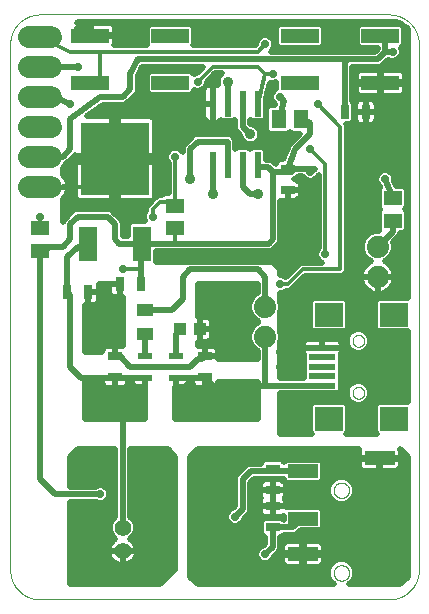
<source format=gtl>
G75*
%MOIN*%
%OFA0B0*%
%FSLAX25Y25*%
%IPPOS*%
%LPD*%
%AMOC8*
5,1,8,0,0,1.08239X$1,22.5*
%
%ADD10C,0.00000*%
%ADD11C,0.05600*%
%ADD12R,0.04724X0.03150*%
%ADD13R,0.03150X0.04724*%
%ADD14R,0.04724X0.02165*%
%ADD15R,0.02362X0.08661*%
%ADD16C,0.07400*%
%ADD17C,0.07400*%
%ADD18R,0.05512X0.04331*%
%ADD19R,0.03937X0.04331*%
%ADD20R,0.06299X0.05118*%
%ADD21R,0.05118X0.06299*%
%ADD22R,0.22835X0.24409*%
%ADD23R,0.06299X0.11811*%
%ADD24R,0.12598X0.04724*%
%ADD25R,0.09449X0.07874*%
%ADD26R,0.09087X0.01969*%
%ADD27R,0.09843X0.04724*%
%ADD28C,0.03562*%
%ADD29C,0.01969*%
%ADD30C,0.01181*%
%ADD31C,0.02775*%
D10*
X0001000Y0016467D02*
X0001000Y0191742D01*
X0001003Y0191980D01*
X0001011Y0192218D01*
X0001026Y0192455D01*
X0001046Y0192692D01*
X0001072Y0192928D01*
X0001103Y0193164D01*
X0001140Y0193399D01*
X0001183Y0193633D01*
X0001232Y0193866D01*
X0001286Y0194098D01*
X0001346Y0194328D01*
X0001411Y0194557D01*
X0001482Y0194784D01*
X0001558Y0195009D01*
X0001640Y0195232D01*
X0001727Y0195454D01*
X0001819Y0195673D01*
X0001917Y0195890D01*
X0002019Y0196104D01*
X0002127Y0196316D01*
X0002241Y0196526D01*
X0002359Y0196732D01*
X0002482Y0196936D01*
X0002610Y0197136D01*
X0002742Y0197333D01*
X0002880Y0197528D01*
X0003022Y0197718D01*
X0003169Y0197906D01*
X0003320Y0198089D01*
X0003475Y0198269D01*
X0003635Y0198445D01*
X0003799Y0198617D01*
X0003968Y0198786D01*
X0004140Y0198950D01*
X0004316Y0199110D01*
X0004496Y0199265D01*
X0004679Y0199416D01*
X0004867Y0199563D01*
X0005057Y0199705D01*
X0005252Y0199843D01*
X0005449Y0199975D01*
X0005649Y0200103D01*
X0005853Y0200226D01*
X0006059Y0200344D01*
X0006269Y0200458D01*
X0006481Y0200566D01*
X0006695Y0200668D01*
X0006912Y0200766D01*
X0007131Y0200858D01*
X0007353Y0200945D01*
X0007576Y0201027D01*
X0007801Y0201103D01*
X0008028Y0201174D01*
X0008257Y0201239D01*
X0008487Y0201299D01*
X0008719Y0201353D01*
X0008952Y0201402D01*
X0009186Y0201445D01*
X0009421Y0201482D01*
X0009657Y0201513D01*
X0009893Y0201539D01*
X0010130Y0201559D01*
X0010367Y0201574D01*
X0010605Y0201582D01*
X0010843Y0201585D01*
X0127358Y0201585D01*
X0127596Y0201582D01*
X0127834Y0201574D01*
X0128071Y0201559D01*
X0128308Y0201539D01*
X0128544Y0201513D01*
X0128780Y0201482D01*
X0129015Y0201445D01*
X0129249Y0201402D01*
X0129482Y0201353D01*
X0129714Y0201299D01*
X0129944Y0201239D01*
X0130173Y0201174D01*
X0130400Y0201103D01*
X0130625Y0201027D01*
X0130848Y0200945D01*
X0131070Y0200858D01*
X0131289Y0200766D01*
X0131506Y0200668D01*
X0131720Y0200566D01*
X0131932Y0200458D01*
X0132142Y0200344D01*
X0132348Y0200226D01*
X0132552Y0200103D01*
X0132752Y0199975D01*
X0132949Y0199843D01*
X0133144Y0199705D01*
X0133334Y0199563D01*
X0133522Y0199416D01*
X0133705Y0199265D01*
X0133885Y0199110D01*
X0134061Y0198950D01*
X0134233Y0198786D01*
X0134402Y0198617D01*
X0134566Y0198445D01*
X0134726Y0198269D01*
X0134881Y0198089D01*
X0135032Y0197906D01*
X0135179Y0197718D01*
X0135321Y0197528D01*
X0135459Y0197333D01*
X0135591Y0197136D01*
X0135719Y0196936D01*
X0135842Y0196732D01*
X0135960Y0196526D01*
X0136074Y0196316D01*
X0136182Y0196104D01*
X0136284Y0195890D01*
X0136382Y0195673D01*
X0136474Y0195454D01*
X0136561Y0195232D01*
X0136643Y0195009D01*
X0136719Y0194784D01*
X0136790Y0194557D01*
X0136855Y0194328D01*
X0136915Y0194098D01*
X0136969Y0193866D01*
X0137018Y0193633D01*
X0137061Y0193399D01*
X0137098Y0193164D01*
X0137129Y0192928D01*
X0137155Y0192692D01*
X0137175Y0192455D01*
X0137190Y0192218D01*
X0137198Y0191980D01*
X0137201Y0191742D01*
X0137201Y0016467D01*
X0137198Y0016229D01*
X0137190Y0015991D01*
X0137175Y0015754D01*
X0137155Y0015517D01*
X0137129Y0015281D01*
X0137098Y0015045D01*
X0137061Y0014810D01*
X0137018Y0014576D01*
X0136969Y0014343D01*
X0136915Y0014111D01*
X0136855Y0013881D01*
X0136790Y0013652D01*
X0136719Y0013425D01*
X0136643Y0013200D01*
X0136561Y0012977D01*
X0136474Y0012755D01*
X0136382Y0012536D01*
X0136284Y0012319D01*
X0136182Y0012105D01*
X0136074Y0011893D01*
X0135960Y0011683D01*
X0135842Y0011477D01*
X0135719Y0011273D01*
X0135591Y0011073D01*
X0135459Y0010876D01*
X0135321Y0010681D01*
X0135179Y0010491D01*
X0135032Y0010303D01*
X0134881Y0010120D01*
X0134726Y0009940D01*
X0134566Y0009764D01*
X0134402Y0009592D01*
X0134233Y0009423D01*
X0134061Y0009259D01*
X0133885Y0009099D01*
X0133705Y0008944D01*
X0133522Y0008793D01*
X0133334Y0008646D01*
X0133144Y0008504D01*
X0132949Y0008366D01*
X0132752Y0008234D01*
X0132552Y0008106D01*
X0132348Y0007983D01*
X0132142Y0007865D01*
X0131932Y0007751D01*
X0131720Y0007643D01*
X0131506Y0007541D01*
X0131289Y0007443D01*
X0131070Y0007351D01*
X0130848Y0007264D01*
X0130625Y0007182D01*
X0130400Y0007106D01*
X0130173Y0007035D01*
X0129944Y0006970D01*
X0129714Y0006910D01*
X0129482Y0006856D01*
X0129249Y0006807D01*
X0129015Y0006764D01*
X0128780Y0006727D01*
X0128544Y0006696D01*
X0128308Y0006670D01*
X0128071Y0006650D01*
X0127834Y0006635D01*
X0127596Y0006627D01*
X0127358Y0006624D01*
X0010843Y0006624D01*
X0010605Y0006627D01*
X0010367Y0006635D01*
X0010130Y0006650D01*
X0009893Y0006670D01*
X0009657Y0006696D01*
X0009421Y0006727D01*
X0009186Y0006764D01*
X0008952Y0006807D01*
X0008719Y0006856D01*
X0008487Y0006910D01*
X0008257Y0006970D01*
X0008028Y0007035D01*
X0007801Y0007106D01*
X0007576Y0007182D01*
X0007353Y0007264D01*
X0007131Y0007351D01*
X0006912Y0007443D01*
X0006695Y0007541D01*
X0006481Y0007643D01*
X0006269Y0007751D01*
X0006059Y0007865D01*
X0005853Y0007983D01*
X0005649Y0008106D01*
X0005449Y0008234D01*
X0005252Y0008366D01*
X0005057Y0008504D01*
X0004867Y0008646D01*
X0004679Y0008793D01*
X0004496Y0008944D01*
X0004316Y0009099D01*
X0004140Y0009259D01*
X0003968Y0009423D01*
X0003799Y0009592D01*
X0003635Y0009764D01*
X0003475Y0009940D01*
X0003320Y0010120D01*
X0003169Y0010303D01*
X0003022Y0010491D01*
X0002880Y0010681D01*
X0002742Y0010876D01*
X0002610Y0011073D01*
X0002482Y0011273D01*
X0002359Y0011477D01*
X0002241Y0011683D01*
X0002127Y0011893D01*
X0002019Y0012105D01*
X0001917Y0012319D01*
X0001819Y0012536D01*
X0001727Y0012755D01*
X0001640Y0012977D01*
X0001558Y0013200D01*
X0001482Y0013425D01*
X0001411Y0013652D01*
X0001346Y0013881D01*
X0001286Y0014111D01*
X0001232Y0014343D01*
X0001183Y0014576D01*
X0001140Y0014810D01*
X0001103Y0015045D01*
X0001072Y0015281D01*
X0001046Y0015517D01*
X0001026Y0015754D01*
X0001011Y0015991D01*
X0001003Y0016229D01*
X0001000Y0016467D01*
X0108835Y0015423D02*
X0108837Y0015524D01*
X0108843Y0015625D01*
X0108853Y0015726D01*
X0108867Y0015826D01*
X0108885Y0015925D01*
X0108907Y0016024D01*
X0108932Y0016122D01*
X0108962Y0016219D01*
X0108995Y0016314D01*
X0109032Y0016408D01*
X0109073Y0016501D01*
X0109117Y0016592D01*
X0109165Y0016681D01*
X0109217Y0016768D01*
X0109272Y0016853D01*
X0109330Y0016935D01*
X0109391Y0017016D01*
X0109456Y0017094D01*
X0109523Y0017169D01*
X0109593Y0017241D01*
X0109667Y0017311D01*
X0109743Y0017378D01*
X0109821Y0017442D01*
X0109902Y0017502D01*
X0109985Y0017559D01*
X0110071Y0017613D01*
X0110159Y0017664D01*
X0110248Y0017711D01*
X0110339Y0017755D01*
X0110432Y0017794D01*
X0110527Y0017831D01*
X0110622Y0017863D01*
X0110719Y0017892D01*
X0110818Y0017916D01*
X0110916Y0017937D01*
X0111016Y0017954D01*
X0111116Y0017967D01*
X0111217Y0017976D01*
X0111318Y0017981D01*
X0111419Y0017982D01*
X0111520Y0017979D01*
X0111621Y0017972D01*
X0111722Y0017961D01*
X0111822Y0017946D01*
X0111921Y0017927D01*
X0112020Y0017904D01*
X0112117Y0017878D01*
X0112214Y0017847D01*
X0112309Y0017813D01*
X0112402Y0017775D01*
X0112495Y0017733D01*
X0112585Y0017688D01*
X0112674Y0017639D01*
X0112760Y0017587D01*
X0112844Y0017531D01*
X0112927Y0017472D01*
X0113006Y0017410D01*
X0113084Y0017345D01*
X0113158Y0017277D01*
X0113230Y0017205D01*
X0113299Y0017132D01*
X0113365Y0017055D01*
X0113428Y0016976D01*
X0113488Y0016894D01*
X0113544Y0016810D01*
X0113597Y0016724D01*
X0113647Y0016636D01*
X0113693Y0016546D01*
X0113736Y0016455D01*
X0113775Y0016361D01*
X0113810Y0016266D01*
X0113841Y0016170D01*
X0113869Y0016073D01*
X0113893Y0015975D01*
X0113913Y0015876D01*
X0113929Y0015776D01*
X0113941Y0015675D01*
X0113949Y0015575D01*
X0113953Y0015474D01*
X0113953Y0015372D01*
X0113949Y0015271D01*
X0113941Y0015171D01*
X0113929Y0015070D01*
X0113913Y0014970D01*
X0113893Y0014871D01*
X0113869Y0014773D01*
X0113841Y0014676D01*
X0113810Y0014580D01*
X0113775Y0014485D01*
X0113736Y0014391D01*
X0113693Y0014300D01*
X0113647Y0014210D01*
X0113597Y0014122D01*
X0113544Y0014036D01*
X0113488Y0013952D01*
X0113428Y0013870D01*
X0113365Y0013791D01*
X0113299Y0013714D01*
X0113230Y0013641D01*
X0113158Y0013569D01*
X0113084Y0013501D01*
X0113006Y0013436D01*
X0112927Y0013374D01*
X0112844Y0013315D01*
X0112760Y0013259D01*
X0112673Y0013207D01*
X0112585Y0013158D01*
X0112495Y0013113D01*
X0112402Y0013071D01*
X0112309Y0013033D01*
X0112214Y0012999D01*
X0112117Y0012968D01*
X0112020Y0012942D01*
X0111921Y0012919D01*
X0111822Y0012900D01*
X0111722Y0012885D01*
X0111621Y0012874D01*
X0111520Y0012867D01*
X0111419Y0012864D01*
X0111318Y0012865D01*
X0111217Y0012870D01*
X0111116Y0012879D01*
X0111016Y0012892D01*
X0110916Y0012909D01*
X0110818Y0012930D01*
X0110719Y0012954D01*
X0110622Y0012983D01*
X0110527Y0013015D01*
X0110432Y0013052D01*
X0110339Y0013091D01*
X0110248Y0013135D01*
X0110159Y0013182D01*
X0110071Y0013233D01*
X0109985Y0013287D01*
X0109902Y0013344D01*
X0109821Y0013404D01*
X0109743Y0013468D01*
X0109667Y0013535D01*
X0109593Y0013605D01*
X0109523Y0013677D01*
X0109456Y0013752D01*
X0109391Y0013830D01*
X0109330Y0013911D01*
X0109272Y0013993D01*
X0109217Y0014078D01*
X0109165Y0014165D01*
X0109117Y0014254D01*
X0109073Y0014345D01*
X0109032Y0014438D01*
X0108995Y0014532D01*
X0108962Y0014627D01*
X0108932Y0014724D01*
X0108907Y0014822D01*
X0108885Y0014921D01*
X0108867Y0015020D01*
X0108853Y0015120D01*
X0108843Y0015221D01*
X0108837Y0015322D01*
X0108835Y0015423D01*
X0108835Y0042982D02*
X0108837Y0043083D01*
X0108843Y0043184D01*
X0108853Y0043285D01*
X0108867Y0043385D01*
X0108885Y0043484D01*
X0108907Y0043583D01*
X0108932Y0043681D01*
X0108962Y0043778D01*
X0108995Y0043873D01*
X0109032Y0043967D01*
X0109073Y0044060D01*
X0109117Y0044151D01*
X0109165Y0044240D01*
X0109217Y0044327D01*
X0109272Y0044412D01*
X0109330Y0044494D01*
X0109391Y0044575D01*
X0109456Y0044653D01*
X0109523Y0044728D01*
X0109593Y0044800D01*
X0109667Y0044870D01*
X0109743Y0044937D01*
X0109821Y0045001D01*
X0109902Y0045061D01*
X0109985Y0045118D01*
X0110071Y0045172D01*
X0110159Y0045223D01*
X0110248Y0045270D01*
X0110339Y0045314D01*
X0110432Y0045353D01*
X0110527Y0045390D01*
X0110622Y0045422D01*
X0110719Y0045451D01*
X0110818Y0045475D01*
X0110916Y0045496D01*
X0111016Y0045513D01*
X0111116Y0045526D01*
X0111217Y0045535D01*
X0111318Y0045540D01*
X0111419Y0045541D01*
X0111520Y0045538D01*
X0111621Y0045531D01*
X0111722Y0045520D01*
X0111822Y0045505D01*
X0111921Y0045486D01*
X0112020Y0045463D01*
X0112117Y0045437D01*
X0112214Y0045406D01*
X0112309Y0045372D01*
X0112402Y0045334D01*
X0112495Y0045292D01*
X0112585Y0045247D01*
X0112674Y0045198D01*
X0112760Y0045146D01*
X0112844Y0045090D01*
X0112927Y0045031D01*
X0113006Y0044969D01*
X0113084Y0044904D01*
X0113158Y0044836D01*
X0113230Y0044764D01*
X0113299Y0044691D01*
X0113365Y0044614D01*
X0113428Y0044535D01*
X0113488Y0044453D01*
X0113544Y0044369D01*
X0113597Y0044283D01*
X0113647Y0044195D01*
X0113693Y0044105D01*
X0113736Y0044014D01*
X0113775Y0043920D01*
X0113810Y0043825D01*
X0113841Y0043729D01*
X0113869Y0043632D01*
X0113893Y0043534D01*
X0113913Y0043435D01*
X0113929Y0043335D01*
X0113941Y0043234D01*
X0113949Y0043134D01*
X0113953Y0043033D01*
X0113953Y0042931D01*
X0113949Y0042830D01*
X0113941Y0042730D01*
X0113929Y0042629D01*
X0113913Y0042529D01*
X0113893Y0042430D01*
X0113869Y0042332D01*
X0113841Y0042235D01*
X0113810Y0042139D01*
X0113775Y0042044D01*
X0113736Y0041950D01*
X0113693Y0041859D01*
X0113647Y0041769D01*
X0113597Y0041681D01*
X0113544Y0041595D01*
X0113488Y0041511D01*
X0113428Y0041429D01*
X0113365Y0041350D01*
X0113299Y0041273D01*
X0113230Y0041200D01*
X0113158Y0041128D01*
X0113084Y0041060D01*
X0113006Y0040995D01*
X0112927Y0040933D01*
X0112844Y0040874D01*
X0112760Y0040818D01*
X0112673Y0040766D01*
X0112585Y0040717D01*
X0112495Y0040672D01*
X0112402Y0040630D01*
X0112309Y0040592D01*
X0112214Y0040558D01*
X0112117Y0040527D01*
X0112020Y0040501D01*
X0111921Y0040478D01*
X0111822Y0040459D01*
X0111722Y0040444D01*
X0111621Y0040433D01*
X0111520Y0040426D01*
X0111419Y0040423D01*
X0111318Y0040424D01*
X0111217Y0040429D01*
X0111116Y0040438D01*
X0111016Y0040451D01*
X0110916Y0040468D01*
X0110818Y0040489D01*
X0110719Y0040513D01*
X0110622Y0040542D01*
X0110527Y0040574D01*
X0110432Y0040611D01*
X0110339Y0040650D01*
X0110248Y0040694D01*
X0110159Y0040741D01*
X0110071Y0040792D01*
X0109985Y0040846D01*
X0109902Y0040903D01*
X0109821Y0040963D01*
X0109743Y0041027D01*
X0109667Y0041094D01*
X0109593Y0041164D01*
X0109523Y0041236D01*
X0109456Y0041311D01*
X0109391Y0041389D01*
X0109330Y0041470D01*
X0109272Y0041552D01*
X0109217Y0041637D01*
X0109165Y0041724D01*
X0109117Y0041813D01*
X0109073Y0041904D01*
X0109032Y0041997D01*
X0108995Y0042091D01*
X0108962Y0042186D01*
X0108932Y0042283D01*
X0108907Y0042381D01*
X0108885Y0042480D01*
X0108867Y0042579D01*
X0108853Y0042679D01*
X0108843Y0042780D01*
X0108837Y0042881D01*
X0108835Y0042982D01*
X0115094Y0075463D02*
X0115096Y0075551D01*
X0115102Y0075639D01*
X0115112Y0075727D01*
X0115126Y0075815D01*
X0115143Y0075901D01*
X0115165Y0075987D01*
X0115190Y0076071D01*
X0115220Y0076155D01*
X0115252Y0076237D01*
X0115289Y0076317D01*
X0115329Y0076396D01*
X0115373Y0076473D01*
X0115420Y0076548D01*
X0115470Y0076620D01*
X0115524Y0076691D01*
X0115580Y0076758D01*
X0115640Y0076824D01*
X0115702Y0076886D01*
X0115768Y0076946D01*
X0115835Y0077002D01*
X0115906Y0077056D01*
X0115978Y0077106D01*
X0116053Y0077153D01*
X0116130Y0077197D01*
X0116209Y0077237D01*
X0116289Y0077274D01*
X0116371Y0077306D01*
X0116455Y0077336D01*
X0116539Y0077361D01*
X0116625Y0077383D01*
X0116711Y0077400D01*
X0116799Y0077414D01*
X0116887Y0077424D01*
X0116975Y0077430D01*
X0117063Y0077432D01*
X0117151Y0077430D01*
X0117239Y0077424D01*
X0117327Y0077414D01*
X0117415Y0077400D01*
X0117501Y0077383D01*
X0117587Y0077361D01*
X0117671Y0077336D01*
X0117755Y0077306D01*
X0117837Y0077274D01*
X0117917Y0077237D01*
X0117996Y0077197D01*
X0118073Y0077153D01*
X0118148Y0077106D01*
X0118220Y0077056D01*
X0118291Y0077002D01*
X0118358Y0076946D01*
X0118424Y0076886D01*
X0118486Y0076824D01*
X0118546Y0076758D01*
X0118602Y0076691D01*
X0118656Y0076620D01*
X0118706Y0076548D01*
X0118753Y0076473D01*
X0118797Y0076396D01*
X0118837Y0076317D01*
X0118874Y0076237D01*
X0118906Y0076155D01*
X0118936Y0076071D01*
X0118961Y0075987D01*
X0118983Y0075901D01*
X0119000Y0075815D01*
X0119014Y0075727D01*
X0119024Y0075639D01*
X0119030Y0075551D01*
X0119032Y0075463D01*
X0119030Y0075375D01*
X0119024Y0075287D01*
X0119014Y0075199D01*
X0119000Y0075111D01*
X0118983Y0075025D01*
X0118961Y0074939D01*
X0118936Y0074855D01*
X0118906Y0074771D01*
X0118874Y0074689D01*
X0118837Y0074609D01*
X0118797Y0074530D01*
X0118753Y0074453D01*
X0118706Y0074378D01*
X0118656Y0074306D01*
X0118602Y0074235D01*
X0118546Y0074168D01*
X0118486Y0074102D01*
X0118424Y0074040D01*
X0118358Y0073980D01*
X0118291Y0073924D01*
X0118220Y0073870D01*
X0118148Y0073820D01*
X0118073Y0073773D01*
X0117996Y0073729D01*
X0117917Y0073689D01*
X0117837Y0073652D01*
X0117755Y0073620D01*
X0117671Y0073590D01*
X0117587Y0073565D01*
X0117501Y0073543D01*
X0117415Y0073526D01*
X0117327Y0073512D01*
X0117239Y0073502D01*
X0117151Y0073496D01*
X0117063Y0073494D01*
X0116975Y0073496D01*
X0116887Y0073502D01*
X0116799Y0073512D01*
X0116711Y0073526D01*
X0116625Y0073543D01*
X0116539Y0073565D01*
X0116455Y0073590D01*
X0116371Y0073620D01*
X0116289Y0073652D01*
X0116209Y0073689D01*
X0116130Y0073729D01*
X0116053Y0073773D01*
X0115978Y0073820D01*
X0115906Y0073870D01*
X0115835Y0073924D01*
X0115768Y0073980D01*
X0115702Y0074040D01*
X0115640Y0074102D01*
X0115580Y0074168D01*
X0115524Y0074235D01*
X0115470Y0074306D01*
X0115420Y0074378D01*
X0115373Y0074453D01*
X0115329Y0074530D01*
X0115289Y0074609D01*
X0115252Y0074689D01*
X0115220Y0074771D01*
X0115190Y0074855D01*
X0115165Y0074939D01*
X0115143Y0075025D01*
X0115126Y0075111D01*
X0115112Y0075199D01*
X0115102Y0075287D01*
X0115096Y0075375D01*
X0115094Y0075463D01*
X0115094Y0092785D02*
X0115096Y0092873D01*
X0115102Y0092961D01*
X0115112Y0093049D01*
X0115126Y0093137D01*
X0115143Y0093223D01*
X0115165Y0093309D01*
X0115190Y0093393D01*
X0115220Y0093477D01*
X0115252Y0093559D01*
X0115289Y0093639D01*
X0115329Y0093718D01*
X0115373Y0093795D01*
X0115420Y0093870D01*
X0115470Y0093942D01*
X0115524Y0094013D01*
X0115580Y0094080D01*
X0115640Y0094146D01*
X0115702Y0094208D01*
X0115768Y0094268D01*
X0115835Y0094324D01*
X0115906Y0094378D01*
X0115978Y0094428D01*
X0116053Y0094475D01*
X0116130Y0094519D01*
X0116209Y0094559D01*
X0116289Y0094596D01*
X0116371Y0094628D01*
X0116455Y0094658D01*
X0116539Y0094683D01*
X0116625Y0094705D01*
X0116711Y0094722D01*
X0116799Y0094736D01*
X0116887Y0094746D01*
X0116975Y0094752D01*
X0117063Y0094754D01*
X0117151Y0094752D01*
X0117239Y0094746D01*
X0117327Y0094736D01*
X0117415Y0094722D01*
X0117501Y0094705D01*
X0117587Y0094683D01*
X0117671Y0094658D01*
X0117755Y0094628D01*
X0117837Y0094596D01*
X0117917Y0094559D01*
X0117996Y0094519D01*
X0118073Y0094475D01*
X0118148Y0094428D01*
X0118220Y0094378D01*
X0118291Y0094324D01*
X0118358Y0094268D01*
X0118424Y0094208D01*
X0118486Y0094146D01*
X0118546Y0094080D01*
X0118602Y0094013D01*
X0118656Y0093942D01*
X0118706Y0093870D01*
X0118753Y0093795D01*
X0118797Y0093718D01*
X0118837Y0093639D01*
X0118874Y0093559D01*
X0118906Y0093477D01*
X0118936Y0093393D01*
X0118961Y0093309D01*
X0118983Y0093223D01*
X0119000Y0093137D01*
X0119014Y0093049D01*
X0119024Y0092961D01*
X0119030Y0092873D01*
X0119032Y0092785D01*
X0119030Y0092697D01*
X0119024Y0092609D01*
X0119014Y0092521D01*
X0119000Y0092433D01*
X0118983Y0092347D01*
X0118961Y0092261D01*
X0118936Y0092177D01*
X0118906Y0092093D01*
X0118874Y0092011D01*
X0118837Y0091931D01*
X0118797Y0091852D01*
X0118753Y0091775D01*
X0118706Y0091700D01*
X0118656Y0091628D01*
X0118602Y0091557D01*
X0118546Y0091490D01*
X0118486Y0091424D01*
X0118424Y0091362D01*
X0118358Y0091302D01*
X0118291Y0091246D01*
X0118220Y0091192D01*
X0118148Y0091142D01*
X0118073Y0091095D01*
X0117996Y0091051D01*
X0117917Y0091011D01*
X0117837Y0090974D01*
X0117755Y0090942D01*
X0117671Y0090912D01*
X0117587Y0090887D01*
X0117501Y0090865D01*
X0117415Y0090848D01*
X0117327Y0090834D01*
X0117239Y0090824D01*
X0117151Y0090818D01*
X0117063Y0090816D01*
X0116975Y0090818D01*
X0116887Y0090824D01*
X0116799Y0090834D01*
X0116711Y0090848D01*
X0116625Y0090865D01*
X0116539Y0090887D01*
X0116455Y0090912D01*
X0116371Y0090942D01*
X0116289Y0090974D01*
X0116209Y0091011D01*
X0116130Y0091051D01*
X0116053Y0091095D01*
X0115978Y0091142D01*
X0115906Y0091192D01*
X0115835Y0091246D01*
X0115768Y0091302D01*
X0115702Y0091362D01*
X0115640Y0091424D01*
X0115580Y0091490D01*
X0115524Y0091557D01*
X0115470Y0091628D01*
X0115420Y0091700D01*
X0115373Y0091775D01*
X0115329Y0091852D01*
X0115289Y0091931D01*
X0115252Y0092011D01*
X0115220Y0092093D01*
X0115190Y0092177D01*
X0115165Y0092261D01*
X0115143Y0092347D01*
X0115126Y0092433D01*
X0115112Y0092521D01*
X0115102Y0092609D01*
X0115096Y0092697D01*
X0115094Y0092785D01*
D11*
X0038500Y0030561D03*
X0038500Y0022687D03*
D12*
X0036000Y0080581D03*
X0036000Y0087667D03*
X0066000Y0087667D03*
X0066000Y0080581D03*
X0088500Y0050167D03*
X0088500Y0043081D03*
X0088500Y0037667D03*
X0088500Y0030581D03*
X0093500Y0143081D03*
X0093500Y0150167D03*
D13*
X0112457Y0169124D03*
X0119543Y0169124D03*
X0044543Y0111624D03*
X0037457Y0111624D03*
X0027043Y0109124D03*
X0019957Y0109124D03*
D14*
X0045882Y0087864D03*
X0045882Y0084124D03*
X0045882Y0080384D03*
X0056118Y0080384D03*
X0056118Y0087864D03*
D15*
X0068500Y0151388D03*
X0073500Y0151388D03*
X0078500Y0151388D03*
X0083500Y0151388D03*
X0083500Y0171860D03*
X0078500Y0171860D03*
X0073500Y0171860D03*
X0068500Y0171860D03*
D16*
X0014700Y0174124D02*
X0007300Y0174124D01*
X0007300Y0164124D02*
X0014700Y0164124D01*
X0014700Y0154124D02*
X0007300Y0154124D01*
X0007300Y0144124D02*
X0014700Y0144124D01*
X0014700Y0184124D02*
X0007300Y0184124D01*
X0007300Y0194124D02*
X0014700Y0194124D01*
D17*
X0086000Y0104124D03*
X0086000Y0094124D03*
X0123500Y0114124D03*
X0123500Y0124124D03*
D18*
X0046000Y0103061D03*
X0046000Y0095187D03*
D19*
X0057654Y0096624D03*
X0064346Y0096624D03*
D20*
X0056000Y0130384D03*
X0056000Y0137864D03*
X0011000Y0130364D03*
X0011000Y0122884D03*
X0128500Y0132884D03*
X0128500Y0140364D03*
D21*
X0098028Y0166624D03*
X0090547Y0166624D03*
D22*
X0036000Y0153494D03*
D23*
X0027024Y0125226D03*
X0044976Y0125226D03*
D24*
X0054386Y0178750D03*
X0054386Y0194498D03*
X0027614Y0194498D03*
X0027614Y0178750D03*
X0097614Y0178750D03*
X0097614Y0194498D03*
X0124386Y0194498D03*
X0124386Y0178750D03*
D25*
X0128874Y0101447D03*
X0107220Y0101447D03*
X0107220Y0066801D03*
X0128874Y0066801D03*
D26*
X0105000Y0077825D03*
X0105000Y0080974D03*
X0105000Y0084124D03*
X0105000Y0087274D03*
X0105000Y0090423D03*
D27*
X0124189Y0053612D03*
X0098598Y0049281D03*
X0098598Y0033533D03*
X0098598Y0021722D03*
D28*
X0083500Y0141624D03*
X0081000Y0161624D03*
X0073500Y0179124D03*
X0061000Y0146624D03*
X0068500Y0141624D03*
D29*
X0068500Y0151388D01*
X0061000Y0156624D02*
X0063500Y0159124D01*
X0073500Y0159124D01*
X0073500Y0151388D01*
X0076068Y0156709D02*
X0076068Y0159635D01*
X0075677Y0160579D01*
X0074955Y0161301D01*
X0074011Y0161693D01*
X0062989Y0161693D01*
X0062045Y0161301D01*
X0061323Y0160579D01*
X0058823Y0158079D01*
X0058431Y0157135D01*
X0058431Y0155895D01*
X0057683Y0156643D01*
X0056591Y0157096D01*
X0055409Y0157096D01*
X0054317Y0156643D01*
X0053481Y0155807D01*
X0053028Y0154715D01*
X0053028Y0153533D01*
X0053481Y0152441D01*
X0053825Y0152096D01*
X0053825Y0142007D01*
X0052194Y0142007D01*
X0051486Y0141299D01*
X0050099Y0141299D01*
X0049188Y0140387D01*
X0049266Y0140523D01*
X0049402Y0141028D01*
X0049402Y0152510D01*
X0036984Y0152510D01*
X0036984Y0139305D01*
X0047679Y0139305D01*
X0048183Y0139440D01*
X0048319Y0139519D01*
X0047599Y0138799D01*
X0046325Y0137525D01*
X0046325Y0136152D01*
X0045981Y0135807D01*
X0045528Y0134715D01*
X0045528Y0133533D01*
X0045867Y0132716D01*
X0041171Y0132716D01*
X0040243Y0131788D01*
X0040243Y0127795D01*
X0038568Y0127795D01*
X0038568Y0132135D01*
X0038177Y0133079D01*
X0035677Y0135579D01*
X0034955Y0136301D01*
X0034011Y0136693D01*
X0022989Y0136693D01*
X0022045Y0136301D01*
X0019545Y0133801D01*
X0018823Y0133079D01*
X0018500Y0132300D01*
X0018500Y0139885D01*
X0019036Y0140421D01*
X0019562Y0141145D01*
X0019968Y0141942D01*
X0020244Y0142793D01*
X0020384Y0143677D01*
X0020384Y0144108D01*
X0018500Y0144108D01*
X0018500Y0144140D01*
X0020384Y0144140D01*
X0020384Y0144571D01*
X0020244Y0145455D01*
X0019968Y0146306D01*
X0019562Y0147103D01*
X0019036Y0147827D01*
X0018500Y0148363D01*
X0018500Y0150451D01*
X0019180Y0151131D01*
X0019427Y0151728D01*
X0019955Y0151947D01*
X0022455Y0154447D01*
X0022598Y0154590D01*
X0022598Y0154478D01*
X0035016Y0154478D01*
X0035016Y0152510D01*
X0036984Y0152510D01*
X0036984Y0154478D01*
X0049402Y0154478D01*
X0049402Y0165960D01*
X0049266Y0166465D01*
X0049005Y0166917D01*
X0048636Y0167287D01*
X0048183Y0167548D01*
X0047679Y0167683D01*
X0036984Y0167683D01*
X0036984Y0154478D01*
X0035016Y0154478D01*
X0035016Y0167683D01*
X0026693Y0167683D01*
X0031856Y0171556D01*
X0039011Y0171556D01*
X0039955Y0171947D01*
X0042455Y0174447D01*
X0043177Y0175169D01*
X0043568Y0176113D01*
X0043568Y0181018D01*
X0045087Y0184056D01*
X0065356Y0184056D01*
X0063396Y0182096D01*
X0062909Y0182096D01*
X0062225Y0181812D01*
X0061341Y0182696D01*
X0047430Y0182696D01*
X0046502Y0181768D01*
X0046502Y0175732D01*
X0047430Y0174804D01*
X0061341Y0174804D01*
X0062269Y0175732D01*
X0062269Y0176417D01*
X0062909Y0176152D01*
X0064091Y0176152D01*
X0065183Y0176605D01*
X0065446Y0176867D01*
X0065335Y0176452D01*
X0065335Y0171860D01*
X0065335Y0167268D01*
X0065470Y0166764D01*
X0065731Y0166311D01*
X0066101Y0165942D01*
X0066553Y0165680D01*
X0067058Y0165545D01*
X0068500Y0165545D01*
X0069942Y0165545D01*
X0070447Y0165680D01*
X0070899Y0165942D01*
X0071269Y0166311D01*
X0071279Y0166329D01*
X0071663Y0165945D01*
X0075337Y0165945D01*
X0075931Y0166539D01*
X0075931Y0163613D01*
X0076323Y0162669D01*
X0077045Y0161947D01*
X0077635Y0161357D01*
X0077635Y0160955D01*
X0078147Y0159718D01*
X0079094Y0158771D01*
X0080331Y0158259D01*
X0081669Y0158259D01*
X0082906Y0158771D01*
X0083853Y0159718D01*
X0084365Y0160955D01*
X0084365Y0162293D01*
X0083853Y0163530D01*
X0082906Y0164477D01*
X0081669Y0164989D01*
X0081267Y0164989D01*
X0081068Y0165188D01*
X0081068Y0166539D01*
X0081663Y0165945D01*
X0085337Y0165945D01*
X0086265Y0166873D01*
X0086265Y0173893D01*
X0087525Y0178811D01*
X0087909Y0178652D01*
X0089091Y0178652D01*
X0089731Y0178917D01*
X0089731Y0176815D01*
X0089317Y0176643D01*
X0088481Y0175807D01*
X0088028Y0174715D01*
X0088028Y0173533D01*
X0088481Y0172441D01*
X0089265Y0171657D01*
X0089183Y0171358D01*
X0087332Y0171358D01*
X0086404Y0170430D01*
X0086404Y0162818D01*
X0087332Y0161890D01*
X0093763Y0161890D01*
X0094287Y0162415D01*
X0094812Y0161890D01*
X0097634Y0161890D01*
X0094523Y0158780D01*
X0094495Y0158767D01*
X0094163Y0158419D01*
X0093823Y0158079D01*
X0093811Y0158050D01*
X0093789Y0158028D01*
X0093616Y0157579D01*
X0093431Y0157135D01*
X0093431Y0157104D01*
X0091969Y0153326D01*
X0090482Y0153326D01*
X0089554Y0152398D01*
X0089554Y0151703D01*
X0088498Y0152758D01*
X0087554Y0153149D01*
X0086265Y0153149D01*
X0086265Y0156375D01*
X0085337Y0157303D01*
X0081663Y0157303D01*
X0081000Y0156640D01*
X0080337Y0157303D01*
X0076663Y0157303D01*
X0076068Y0156709D01*
X0076068Y0158084D02*
X0093828Y0158084D01*
X0093049Y0156117D02*
X0086265Y0156117D01*
X0086265Y0154150D02*
X0092288Y0154150D01*
X0089554Y0152183D02*
X0089073Y0152183D01*
X0087043Y0150581D02*
X0088500Y0149124D01*
X0094957Y0149124D01*
X0093500Y0150167D01*
X0102457Y0150167D01*
X0101000Y0149124D01*
X0100096Y0146282D02*
X0097013Y0146282D01*
X0097081Y0146243D02*
X0096628Y0146505D01*
X0096123Y0146640D01*
X0095677Y0146640D01*
X0095880Y0146673D01*
X0096135Y0146832D01*
X0096412Y0146947D01*
X0096473Y0147008D01*
X0096518Y0147008D01*
X0096683Y0147173D01*
X0096747Y0147213D01*
X0096808Y0147298D01*
X0097109Y0147599D01*
X0098415Y0147599D01*
X0098481Y0147441D01*
X0099317Y0146605D01*
X0100409Y0146152D01*
X0101591Y0146152D01*
X0102683Y0146605D01*
X0103519Y0147441D01*
X0103713Y0147907D01*
X0103825Y0147954D01*
X0103825Y0123652D01*
X0103481Y0123307D01*
X0103028Y0122215D01*
X0103028Y0121033D01*
X0103481Y0119941D01*
X0104317Y0119105D01*
X0105055Y0118799D01*
X0097599Y0118799D01*
X0096325Y0117525D01*
X0092813Y0114013D01*
X0092683Y0114143D01*
X0091591Y0114596D01*
X0091000Y0114596D01*
X0091000Y0116624D01*
X0088500Y0119124D01*
X0084176Y0119124D01*
X0084011Y0119193D01*
X0060489Y0119193D01*
X0060324Y0119124D01*
X0049710Y0119124D01*
X0049710Y0122658D01*
X0087613Y0122658D01*
X0088557Y0123049D01*
X0089955Y0124447D01*
X0090677Y0125169D01*
X0091068Y0126113D01*
X0091068Y0139522D01*
X0093500Y0139522D01*
X0096123Y0139522D01*
X0096628Y0139657D01*
X0097081Y0139918D01*
X0097450Y0140288D01*
X0097711Y0140740D01*
X0097846Y0141245D01*
X0097846Y0143081D01*
X0097846Y0144917D01*
X0097711Y0145421D01*
X0097450Y0145874D01*
X0097081Y0146243D01*
X0097846Y0144315D02*
X0103825Y0144315D01*
X0103825Y0142348D02*
X0097846Y0142348D01*
X0097846Y0143081D02*
X0093500Y0143081D01*
X0097846Y0143081D01*
X0097504Y0140381D02*
X0103825Y0140381D01*
X0103825Y0138414D02*
X0091068Y0138414D01*
X0091068Y0136447D02*
X0103825Y0136447D01*
X0103825Y0134480D02*
X0091068Y0134480D01*
X0091068Y0132513D02*
X0103825Y0132513D01*
X0103825Y0130546D02*
X0091068Y0130546D01*
X0091068Y0128579D02*
X0103825Y0128579D01*
X0103825Y0126612D02*
X0091068Y0126612D01*
X0090153Y0124645D02*
X0103825Y0124645D01*
X0103220Y0122678D02*
X0087662Y0122678D01*
X0087102Y0125226D02*
X0088500Y0126624D01*
X0088500Y0149124D01*
X0087043Y0150581D02*
X0084307Y0150581D01*
X0083500Y0151388D01*
X0083991Y0160051D02*
X0095795Y0160051D01*
X0094684Y0162018D02*
X0093891Y0162018D01*
X0090547Y0166624D02*
X0092260Y0172864D01*
X0091000Y0174124D01*
X0089068Y0171853D02*
X0086265Y0171853D01*
X0086265Y0169886D02*
X0086404Y0169886D01*
X0086404Y0167919D02*
X0086265Y0167919D01*
X0086404Y0165952D02*
X0085344Y0165952D01*
X0086404Y0163985D02*
X0083398Y0163985D01*
X0084365Y0162018D02*
X0087204Y0162018D01*
X0081656Y0165952D02*
X0081068Y0165952D01*
X0078500Y0164124D02*
X0078500Y0171860D01*
X0075931Y0165952D02*
X0075344Y0165952D01*
X0075931Y0163985D02*
X0049402Y0163985D01*
X0049402Y0162018D02*
X0076973Y0162018D01*
X0078009Y0160051D02*
X0075896Y0160051D01*
X0078500Y0164124D02*
X0081000Y0161624D01*
X0078500Y0151388D02*
X0078500Y0144124D01*
X0081000Y0141624D01*
X0083500Y0141624D01*
X0093500Y0142348D02*
X0093500Y0142348D01*
X0093500Y0143081D02*
X0093500Y0139522D01*
X0093500Y0143081D01*
X0093500Y0143081D01*
X0093500Y0143081D01*
X0093500Y0140381D02*
X0093500Y0140381D01*
X0093500Y0150167D02*
X0096000Y0156624D01*
X0101000Y0161624D01*
X0101000Y0165364D01*
X0098028Y0166624D01*
X0088472Y0175787D02*
X0086750Y0175787D01*
X0086265Y0173820D02*
X0088028Y0173820D01*
X0087254Y0177754D02*
X0089731Y0177754D01*
X0087771Y0189193D02*
X0088519Y0189941D01*
X0088972Y0191033D01*
X0088972Y0192215D01*
X0088519Y0193307D01*
X0087683Y0194143D01*
X0086591Y0194596D01*
X0085409Y0194596D01*
X0084317Y0194143D01*
X0083481Y0193307D01*
X0083028Y0192215D01*
X0083028Y0191728D01*
X0082599Y0191299D01*
X0062088Y0191299D01*
X0062269Y0191480D01*
X0062269Y0197516D01*
X0061341Y0198444D01*
X0047430Y0198444D01*
X0046502Y0197516D01*
X0046502Y0191480D01*
X0046683Y0191299D01*
X0035721Y0191299D01*
X0035762Y0191370D01*
X0035898Y0191875D01*
X0035898Y0194301D01*
X0027811Y0194301D01*
X0027811Y0194695D01*
X0027417Y0194695D01*
X0027417Y0198844D01*
X0023220Y0198844D01*
X0023500Y0199124D01*
X0129756Y0199124D01*
X0130926Y0198744D01*
X0131338Y0198444D01*
X0117430Y0198444D01*
X0116502Y0197516D01*
X0116502Y0191480D01*
X0117430Y0190552D01*
X0123431Y0190552D01*
X0123431Y0190188D01*
X0122436Y0189193D01*
X0087771Y0189193D01*
X0088135Y0189556D02*
X0122800Y0189556D01*
X0123500Y0186624D02*
X0126000Y0189124D01*
X0128500Y0189124D01*
X0127026Y0186518D02*
X0127909Y0186152D01*
X0129091Y0186152D01*
X0130183Y0186605D01*
X0131019Y0187441D01*
X0131472Y0188533D01*
X0131472Y0189715D01*
X0131125Y0190552D01*
X0131341Y0190552D01*
X0132269Y0191480D01*
X0132269Y0197516D01*
X0131350Y0198436D01*
X0132587Y0197537D01*
X0133153Y0196971D01*
X0133500Y0196493D01*
X0133500Y0106968D01*
X0123493Y0106968D01*
X0122565Y0106040D01*
X0122565Y0096854D01*
X0123493Y0095926D01*
X0133500Y0095926D01*
X0133500Y0072322D01*
X0123493Y0072322D01*
X0122565Y0071394D01*
X0122565Y0062208D01*
X0123149Y0061624D01*
X0112945Y0061624D01*
X0113529Y0062208D01*
X0113529Y0071394D01*
X0112601Y0072322D01*
X0101840Y0072322D01*
X0100912Y0071394D01*
X0100912Y0062208D01*
X0101496Y0061624D01*
X0091000Y0061624D01*
X0091000Y0075256D01*
X0110200Y0075256D01*
X0111128Y0076184D01*
X0111128Y0088217D01*
X0111131Y0088221D01*
X0111392Y0088673D01*
X0111528Y0089178D01*
X0111528Y0090423D01*
X0105000Y0090423D01*
X0105000Y0090423D01*
X0098472Y0090423D01*
X0098472Y0089178D01*
X0098608Y0088673D01*
X0098869Y0088221D01*
X0098872Y0088217D01*
X0098872Y0080393D01*
X0091000Y0080393D01*
X0091000Y0092387D01*
X0091284Y0093073D01*
X0091284Y0095175D01*
X0091000Y0095861D01*
X0091000Y0102387D01*
X0091284Y0103073D01*
X0091284Y0105175D01*
X0091000Y0105861D01*
X0091000Y0108652D01*
X0091591Y0108652D01*
X0092683Y0109105D01*
X0093028Y0109449D01*
X0094401Y0109449D01*
X0099401Y0114449D01*
X0111901Y0114449D01*
X0113175Y0115723D01*
X0113175Y0165025D01*
X0113022Y0165178D01*
X0114688Y0165178D01*
X0115616Y0166106D01*
X0115616Y0172142D01*
X0115025Y0172733D01*
X0115025Y0184056D01*
X0124011Y0184056D01*
X0124955Y0184447D01*
X0127026Y0186518D01*
X0126131Y0185622D02*
X0133500Y0185622D01*
X0133500Y0183655D02*
X0115025Y0183655D01*
X0115025Y0181688D02*
X0116187Y0181688D01*
X0116238Y0181878D02*
X0116102Y0181373D01*
X0116102Y0178947D01*
X0124189Y0178947D01*
X0124189Y0183096D01*
X0117825Y0183096D01*
X0117321Y0182961D01*
X0116868Y0182700D01*
X0116499Y0182331D01*
X0116238Y0181878D01*
X0116102Y0179721D02*
X0115025Y0179721D01*
X0116102Y0178553D02*
X0116102Y0176127D01*
X0116238Y0175622D01*
X0116499Y0175169D01*
X0116868Y0174800D01*
X0117321Y0174539D01*
X0117825Y0174404D01*
X0124189Y0174404D01*
X0124189Y0178553D01*
X0124583Y0178553D01*
X0124583Y0178947D01*
X0132669Y0178947D01*
X0132669Y0181373D01*
X0132534Y0181878D01*
X0132273Y0182331D01*
X0131903Y0182700D01*
X0131451Y0182961D01*
X0130946Y0183096D01*
X0124583Y0183096D01*
X0124583Y0178947D01*
X0124189Y0178947D01*
X0124189Y0178553D01*
X0116102Y0178553D01*
X0116102Y0177754D02*
X0115025Y0177754D01*
X0115025Y0175787D02*
X0116193Y0175787D01*
X0115025Y0173820D02*
X0133500Y0173820D01*
X0132273Y0175169D02*
X0132534Y0175622D01*
X0132669Y0176127D01*
X0132669Y0178553D01*
X0124583Y0178553D01*
X0124583Y0174404D01*
X0130946Y0174404D01*
X0131451Y0174539D01*
X0131903Y0174800D01*
X0132273Y0175169D01*
X0132578Y0175787D02*
X0133500Y0175787D01*
X0133500Y0177754D02*
X0132669Y0177754D01*
X0132669Y0179721D02*
X0133500Y0179721D01*
X0133500Y0181688D02*
X0132585Y0181688D01*
X0133500Y0187589D02*
X0131081Y0187589D01*
X0131472Y0189556D02*
X0133500Y0189556D01*
X0133500Y0191523D02*
X0132269Y0191523D01*
X0132269Y0193490D02*
X0133500Y0193490D01*
X0133500Y0195457D02*
X0132269Y0195457D01*
X0132269Y0197424D02*
X0132700Y0197424D01*
X0126000Y0192884D02*
X0126000Y0189124D01*
X0123500Y0186624D02*
X0113500Y0186624D01*
X0112457Y0185581D01*
X0112457Y0169124D01*
X0115616Y0169886D02*
X0115984Y0169886D01*
X0115984Y0169124D02*
X0119543Y0169124D01*
X0115984Y0169124D01*
X0115984Y0166501D01*
X0116119Y0165996D01*
X0116381Y0165543D01*
X0116750Y0165174D01*
X0117203Y0164913D01*
X0117707Y0164778D01*
X0119543Y0164778D01*
X0119543Y0169124D01*
X0119543Y0169124D01*
X0119543Y0169124D01*
X0119543Y0173470D01*
X0117707Y0173470D01*
X0117203Y0173335D01*
X0116750Y0173074D01*
X0116381Y0172705D01*
X0116119Y0172252D01*
X0115984Y0171747D01*
X0115984Y0169124D01*
X0115984Y0167919D02*
X0115616Y0167919D01*
X0115462Y0165952D02*
X0116145Y0165952D01*
X0113175Y0163985D02*
X0133500Y0163985D01*
X0133500Y0162018D02*
X0113175Y0162018D01*
X0113175Y0160051D02*
X0133500Y0160051D01*
X0133500Y0158084D02*
X0113175Y0158084D01*
X0113175Y0156117D02*
X0133500Y0156117D01*
X0133500Y0154150D02*
X0113175Y0154150D01*
X0113175Y0152183D02*
X0133500Y0152183D01*
X0133500Y0150216D02*
X0113175Y0150216D01*
X0113175Y0148249D02*
X0123457Y0148249D01*
X0123481Y0148307D02*
X0123028Y0147215D01*
X0123028Y0146033D01*
X0123481Y0144941D01*
X0124190Y0144232D01*
X0124255Y0144068D01*
X0123766Y0143579D01*
X0123766Y0137149D01*
X0124291Y0136624D01*
X0123766Y0136099D01*
X0123766Y0129669D01*
X0124026Y0129408D01*
X0122449Y0129408D01*
X0120507Y0128604D01*
X0119020Y0127117D01*
X0118216Y0125175D01*
X0118216Y0123073D01*
X0119020Y0121131D01*
X0120507Y0119644D01*
X0121227Y0119346D01*
X0120521Y0118986D01*
X0119797Y0118460D01*
X0119164Y0117827D01*
X0118638Y0117103D01*
X0118232Y0116306D01*
X0117956Y0115455D01*
X0117816Y0114571D01*
X0117816Y0114124D01*
X0117816Y0113677D01*
X0117956Y0112793D01*
X0118232Y0111942D01*
X0118638Y0111145D01*
X0119164Y0110421D01*
X0119797Y0109788D01*
X0120521Y0109262D01*
X0121318Y0108856D01*
X0122169Y0108580D01*
X0123053Y0108440D01*
X0123500Y0108440D01*
X0123500Y0114124D01*
X0123500Y0108440D01*
X0123947Y0108440D01*
X0124831Y0108580D01*
X0125682Y0108856D01*
X0126479Y0109262D01*
X0127203Y0109788D01*
X0127836Y0110421D01*
X0128362Y0111145D01*
X0128768Y0111942D01*
X0129044Y0112793D01*
X0129184Y0113677D01*
X0129184Y0114124D01*
X0123500Y0114124D01*
X0123500Y0114124D01*
X0129184Y0114124D01*
X0129184Y0114571D01*
X0129044Y0115455D01*
X0128768Y0116306D01*
X0128362Y0117103D01*
X0127836Y0117827D01*
X0127203Y0118460D01*
X0126479Y0118986D01*
X0125772Y0119346D01*
X0126493Y0119644D01*
X0127980Y0121131D01*
X0128784Y0123073D01*
X0128784Y0125175D01*
X0128608Y0125600D01*
X0130677Y0127669D01*
X0131068Y0128613D01*
X0131068Y0128741D01*
X0132306Y0128741D01*
X0133234Y0129669D01*
X0133234Y0136099D01*
X0132709Y0136624D01*
X0133234Y0137149D01*
X0133234Y0143579D01*
X0132306Y0144507D01*
X0129611Y0144507D01*
X0128972Y0146108D01*
X0128972Y0147215D01*
X0128519Y0148307D01*
X0127683Y0149143D01*
X0126591Y0149596D01*
X0125409Y0149596D01*
X0124317Y0149143D01*
X0123481Y0148307D01*
X0123028Y0146282D02*
X0113175Y0146282D01*
X0113175Y0144315D02*
X0124106Y0144315D01*
X0123766Y0142348D02*
X0113175Y0142348D01*
X0113175Y0140381D02*
X0123766Y0140381D01*
X0123766Y0138414D02*
X0113175Y0138414D01*
X0113175Y0136447D02*
X0124114Y0136447D01*
X0123766Y0134480D02*
X0113175Y0134480D01*
X0113175Y0132513D02*
X0123766Y0132513D01*
X0123766Y0130546D02*
X0113175Y0130546D01*
X0113175Y0128579D02*
X0120482Y0128579D01*
X0118811Y0126612D02*
X0113175Y0126612D01*
X0113175Y0124645D02*
X0118216Y0124645D01*
X0118379Y0122678D02*
X0113175Y0122678D01*
X0113175Y0120711D02*
X0119440Y0120711D01*
X0120188Y0118744D02*
X0113175Y0118744D01*
X0113175Y0116777D02*
X0118472Y0116777D01*
X0117854Y0114810D02*
X0112261Y0114810D01*
X0112601Y0106968D02*
X0113529Y0106040D01*
X0113529Y0096854D01*
X0112601Y0095926D01*
X0101840Y0095926D01*
X0100912Y0096854D01*
X0100912Y0106040D01*
X0101840Y0106968D01*
X0112601Y0106968D01*
X0112627Y0106942D02*
X0123467Y0106942D01*
X0123500Y0108909D02*
X0123500Y0108909D01*
X0123500Y0110876D02*
X0123500Y0110876D01*
X0123500Y0112843D02*
X0123500Y0112843D01*
X0123500Y0114124D02*
X0117816Y0114124D01*
X0123500Y0114124D01*
X0123500Y0114124D01*
X0123500Y0114124D01*
X0125785Y0108909D02*
X0133500Y0108909D01*
X0133500Y0110876D02*
X0128166Y0110876D01*
X0129052Y0112843D02*
X0133500Y0112843D01*
X0133500Y0114810D02*
X0129146Y0114810D01*
X0128528Y0116777D02*
X0133500Y0116777D01*
X0133500Y0118744D02*
X0126812Y0118744D01*
X0127560Y0120711D02*
X0133500Y0120711D01*
X0133500Y0122678D02*
X0128621Y0122678D01*
X0128784Y0124645D02*
X0133500Y0124645D01*
X0133500Y0126612D02*
X0129620Y0126612D01*
X0131054Y0128579D02*
X0133500Y0128579D01*
X0133500Y0130546D02*
X0133234Y0130546D01*
X0133234Y0132513D02*
X0133500Y0132513D01*
X0133500Y0134480D02*
X0133234Y0134480D01*
X0133500Y0136447D02*
X0132886Y0136447D01*
X0133234Y0138414D02*
X0133500Y0138414D01*
X0133500Y0140381D02*
X0133234Y0140381D01*
X0133234Y0142348D02*
X0133500Y0142348D01*
X0133500Y0144315D02*
X0132498Y0144315D01*
X0133500Y0146282D02*
X0128972Y0146282D01*
X0128543Y0148249D02*
X0133500Y0148249D01*
X0126000Y0146624D02*
X0128500Y0140364D01*
X0128500Y0132884D02*
X0128500Y0129124D01*
X0123500Y0124124D01*
X0117948Y0112843D02*
X0097794Y0112843D01*
X0095827Y0110876D02*
X0118834Y0110876D01*
X0121215Y0108909D02*
X0092210Y0108909D01*
X0091000Y0106942D02*
X0101814Y0106942D01*
X0100912Y0104975D02*
X0091284Y0104975D01*
X0091257Y0103008D02*
X0100912Y0103008D01*
X0100912Y0101041D02*
X0091000Y0101041D01*
X0091000Y0099074D02*
X0100912Y0099074D01*
X0100912Y0097107D02*
X0091000Y0097107D01*
X0091284Y0095140D02*
X0113827Y0095140D01*
X0113712Y0095024D02*
X0113110Y0093572D01*
X0113110Y0091999D01*
X0113712Y0090546D01*
X0114824Y0089434D01*
X0116277Y0088833D01*
X0117849Y0088833D01*
X0119302Y0089434D01*
X0120414Y0090546D01*
X0121016Y0091999D01*
X0121016Y0093572D01*
X0120414Y0095024D01*
X0119302Y0096136D01*
X0117849Y0096738D01*
X0116277Y0096738D01*
X0114824Y0096136D01*
X0113712Y0095024D01*
X0113110Y0093173D02*
X0110454Y0093173D01*
X0110309Y0093256D02*
X0109805Y0093392D01*
X0105000Y0093392D01*
X0100195Y0093392D01*
X0099691Y0093256D01*
X0099238Y0092995D01*
X0098869Y0092626D01*
X0098608Y0092173D01*
X0098472Y0091669D01*
X0098472Y0090423D01*
X0105000Y0090423D01*
X0105000Y0090423D01*
X0111528Y0090423D01*
X0111528Y0091669D01*
X0111392Y0092173D01*
X0111131Y0092626D01*
X0110762Y0092995D01*
X0110309Y0093256D01*
X0111528Y0091206D02*
X0113439Y0091206D01*
X0115297Y0089239D02*
X0111528Y0089239D01*
X0111128Y0087272D02*
X0133500Y0087272D01*
X0133500Y0089239D02*
X0118829Y0089239D01*
X0120687Y0091206D02*
X0133500Y0091206D01*
X0133500Y0093173D02*
X0121016Y0093173D01*
X0120299Y0095140D02*
X0133500Y0095140D01*
X0133500Y0085305D02*
X0111128Y0085305D01*
X0111128Y0083338D02*
X0133500Y0083338D01*
X0133500Y0081371D02*
X0111128Y0081371D01*
X0111128Y0079404D02*
X0116248Y0079404D01*
X0116277Y0079415D02*
X0114824Y0078814D01*
X0113712Y0077702D01*
X0113110Y0076249D01*
X0113110Y0074676D01*
X0113712Y0073224D01*
X0114824Y0072112D01*
X0116277Y0071510D01*
X0117849Y0071510D01*
X0119302Y0072112D01*
X0120414Y0073224D01*
X0121016Y0074676D01*
X0121016Y0076249D01*
X0120414Y0077702D01*
X0119302Y0078814D01*
X0117849Y0079415D01*
X0116277Y0079415D01*
X0117878Y0079404D02*
X0133500Y0079404D01*
X0133500Y0077437D02*
X0120524Y0077437D01*
X0121016Y0075470D02*
X0133500Y0075470D01*
X0133500Y0073503D02*
X0120530Y0073503D01*
X0122706Y0071536D02*
X0117911Y0071536D01*
X0116215Y0071536D02*
X0113388Y0071536D01*
X0113529Y0069569D02*
X0122565Y0069569D01*
X0122565Y0067601D02*
X0113529Y0067601D01*
X0113529Y0065634D02*
X0122565Y0065634D01*
X0122565Y0063667D02*
X0113529Y0063667D01*
X0113022Y0061700D02*
X0123073Y0061700D01*
X0123992Y0053809D02*
X0123992Y0053415D01*
X0124386Y0053415D01*
X0124386Y0049266D01*
X0129371Y0049266D01*
X0129876Y0049401D01*
X0130329Y0049662D01*
X0130698Y0050032D01*
X0130959Y0050484D01*
X0131094Y0050989D01*
X0131094Y0053415D01*
X0124386Y0053415D01*
X0124386Y0053809D01*
X0131094Y0053809D01*
X0131094Y0056236D01*
X0130990Y0056624D01*
X0131000Y0056624D01*
X0133500Y0054124D01*
X0133500Y0014124D01*
X0131000Y0011624D01*
X0114020Y0011624D01*
X0115245Y0012850D01*
X0115937Y0014520D01*
X0115937Y0016327D01*
X0115245Y0017997D01*
X0113967Y0019275D01*
X0112297Y0019967D01*
X0110490Y0019967D01*
X0108820Y0019275D01*
X0107542Y0017997D01*
X0106850Y0016327D01*
X0106850Y0014520D01*
X0107542Y0012850D01*
X0108768Y0011624D01*
X0063500Y0011624D01*
X0061000Y0014124D01*
X0061000Y0054124D01*
X0063500Y0056624D01*
X0117388Y0056624D01*
X0117283Y0056236D01*
X0117283Y0053809D01*
X0123992Y0053809D01*
X0123992Y0053415D02*
X0117283Y0053415D01*
X0117283Y0050989D01*
X0117419Y0050484D01*
X0117680Y0050032D01*
X0118049Y0049662D01*
X0118502Y0049401D01*
X0119006Y0049266D01*
X0123992Y0049266D01*
X0123992Y0053415D01*
X0123992Y0051865D02*
X0124386Y0051865D01*
X0124386Y0049898D02*
X0123992Y0049898D01*
X0117813Y0049898D02*
X0105104Y0049898D01*
X0105104Y0047931D02*
X0133500Y0047931D01*
X0133500Y0045964D02*
X0114837Y0045964D01*
X0115245Y0045556D02*
X0113967Y0046834D01*
X0112297Y0047526D01*
X0110490Y0047526D01*
X0108820Y0046834D01*
X0107542Y0045556D01*
X0106850Y0043886D01*
X0106850Y0042079D01*
X0107542Y0040409D01*
X0108820Y0039131D01*
X0110490Y0038439D01*
X0112297Y0038439D01*
X0113967Y0039131D01*
X0115245Y0040409D01*
X0115937Y0042079D01*
X0115937Y0043886D01*
X0115245Y0045556D01*
X0115891Y0043997D02*
X0133500Y0043997D01*
X0133500Y0042030D02*
X0115917Y0042030D01*
X0114900Y0040063D02*
X0133500Y0040063D01*
X0133500Y0038096D02*
X0092846Y0038096D01*
X0092846Y0037667D02*
X0092846Y0039503D01*
X0092711Y0040008D01*
X0092500Y0040374D01*
X0092711Y0040740D01*
X0092846Y0041245D01*
X0092846Y0043081D01*
X0092846Y0044917D01*
X0092711Y0045421D01*
X0092450Y0045874D01*
X0092081Y0046243D01*
X0091628Y0046505D01*
X0091123Y0046640D01*
X0088500Y0046640D01*
X0085877Y0046640D01*
X0085372Y0046505D01*
X0084919Y0046243D01*
X0084550Y0045874D01*
X0084289Y0045421D01*
X0084154Y0044917D01*
X0084154Y0043081D01*
X0088500Y0043081D01*
X0088500Y0043081D01*
X0088500Y0046640D01*
X0088500Y0043081D01*
X0088500Y0043081D01*
X0092846Y0043081D01*
X0088500Y0043081D01*
X0088500Y0043081D01*
X0084154Y0043081D01*
X0084154Y0041245D01*
X0084289Y0040740D01*
X0084500Y0040374D01*
X0084289Y0040008D01*
X0084154Y0039503D01*
X0084154Y0037667D01*
X0084154Y0035831D01*
X0084289Y0035327D01*
X0084550Y0034874D01*
X0084919Y0034505D01*
X0085372Y0034243D01*
X0085877Y0034108D01*
X0088500Y0034108D01*
X0091123Y0034108D01*
X0091628Y0034243D01*
X0092081Y0034505D01*
X0092093Y0034517D01*
X0092093Y0033165D01*
X0091518Y0033740D01*
X0085482Y0033740D01*
X0084554Y0032812D01*
X0084554Y0028350D01*
X0085482Y0027422D01*
X0085931Y0027422D01*
X0085931Y0025188D01*
X0085290Y0024546D01*
X0084317Y0024143D01*
X0083481Y0023307D01*
X0083028Y0022215D01*
X0083028Y0021033D01*
X0083481Y0019941D01*
X0084317Y0019105D01*
X0085409Y0018652D01*
X0086591Y0018652D01*
X0087683Y0019105D01*
X0088519Y0019941D01*
X0088922Y0020914D01*
X0090677Y0022669D01*
X0091068Y0023613D01*
X0091068Y0027422D01*
X0091518Y0027422D01*
X0092109Y0028012D01*
X0095172Y0028012D01*
X0095602Y0027985D01*
X0095680Y0028012D01*
X0095763Y0028012D01*
X0096161Y0028177D01*
X0096568Y0028317D01*
X0096630Y0028372D01*
X0096707Y0028403D01*
X0097011Y0028708D01*
X0098008Y0029587D01*
X0104176Y0029587D01*
X0105104Y0030515D01*
X0105104Y0036552D01*
X0104176Y0037480D01*
X0093021Y0037480D01*
X0092846Y0037305D01*
X0092846Y0037667D01*
X0088500Y0037667D01*
X0088500Y0034108D01*
X0088500Y0037667D01*
X0088500Y0037667D01*
X0084154Y0037667D01*
X0088500Y0037667D01*
X0088500Y0037667D01*
X0088500Y0037667D01*
X0092846Y0037667D01*
X0092679Y0040063D02*
X0107887Y0040063D01*
X0106870Y0042030D02*
X0092846Y0042030D01*
X0092846Y0043997D02*
X0106897Y0043997D01*
X0107951Y0045964D02*
X0104805Y0045964D01*
X0105104Y0046263D02*
X0105104Y0052300D01*
X0104176Y0053228D01*
X0093021Y0053228D01*
X0092319Y0052526D01*
X0091518Y0053326D01*
X0085482Y0053326D01*
X0084554Y0052398D01*
X0084554Y0051850D01*
X0080647Y0051850D01*
X0079703Y0051459D01*
X0077045Y0048801D01*
X0076323Y0048079D01*
X0075931Y0047135D01*
X0075931Y0037688D01*
X0075290Y0037046D01*
X0074317Y0036643D01*
X0073481Y0035807D01*
X0073028Y0034715D01*
X0073028Y0033533D01*
X0073481Y0032441D01*
X0074317Y0031605D01*
X0075409Y0031152D01*
X0076591Y0031152D01*
X0077683Y0031605D01*
X0078519Y0032441D01*
X0078922Y0033414D01*
X0080677Y0035169D01*
X0081068Y0036113D01*
X0081068Y0045560D01*
X0082221Y0046713D01*
X0089897Y0046713D01*
X0092093Y0046713D01*
X0092093Y0046263D01*
X0093021Y0045335D01*
X0104176Y0045335D01*
X0105104Y0046263D01*
X0105104Y0051865D02*
X0117283Y0051865D01*
X0117283Y0053832D02*
X0061000Y0053832D01*
X0061000Y0051865D02*
X0084554Y0051865D01*
X0084640Y0045964D02*
X0081473Y0045964D01*
X0081068Y0043997D02*
X0084154Y0043997D01*
X0084154Y0042030D02*
X0081068Y0042030D01*
X0081068Y0040063D02*
X0084321Y0040063D01*
X0084154Y0038096D02*
X0081068Y0038096D01*
X0081068Y0036129D02*
X0084154Y0036129D01*
X0085675Y0034162D02*
X0079671Y0034162D01*
X0078274Y0032195D02*
X0084554Y0032195D01*
X0084554Y0030228D02*
X0061000Y0030228D01*
X0061000Y0028261D02*
X0084642Y0028261D01*
X0085931Y0026294D02*
X0061000Y0026294D01*
X0061000Y0024327D02*
X0084761Y0024327D01*
X0083088Y0022360D02*
X0061000Y0022360D01*
X0061000Y0020393D02*
X0083293Y0020393D01*
X0086000Y0021624D02*
X0088500Y0024124D01*
X0088500Y0030581D01*
X0095252Y0030581D01*
X0098598Y0033533D01*
X0096406Y0028261D02*
X0133500Y0028261D01*
X0133500Y0026294D02*
X0091068Y0026294D01*
X0092089Y0025303D02*
X0091828Y0024851D01*
X0091693Y0024346D01*
X0091693Y0021919D01*
X0098401Y0021919D01*
X0098401Y0021526D01*
X0091693Y0021526D01*
X0091693Y0019099D01*
X0091828Y0018594D01*
X0092089Y0018142D01*
X0092459Y0017772D01*
X0092911Y0017511D01*
X0093416Y0017376D01*
X0098402Y0017376D01*
X0098402Y0021526D01*
X0098795Y0021526D01*
X0098795Y0021919D01*
X0105504Y0021919D01*
X0105504Y0024346D01*
X0105369Y0024851D01*
X0105107Y0025303D01*
X0104738Y0025672D01*
X0104286Y0025934D01*
X0103781Y0026069D01*
X0098795Y0026069D01*
X0098795Y0021919D01*
X0098402Y0021919D01*
X0098402Y0026069D01*
X0093416Y0026069D01*
X0092911Y0025934D01*
X0092459Y0025672D01*
X0092089Y0025303D01*
X0091693Y0024327D02*
X0091068Y0024327D01*
X0091693Y0022360D02*
X0090369Y0022360D01*
X0091693Y0020393D02*
X0088707Y0020393D01*
X0091925Y0018426D02*
X0061000Y0018426D01*
X0061000Y0016459D02*
X0106905Y0016459D01*
X0106862Y0014492D02*
X0061000Y0014492D01*
X0062599Y0012525D02*
X0107867Y0012525D01*
X0107971Y0018426D02*
X0105272Y0018426D01*
X0105369Y0018594D02*
X0105504Y0019099D01*
X0105504Y0021526D01*
X0098795Y0021526D01*
X0098795Y0017376D01*
X0103781Y0017376D01*
X0104286Y0017511D01*
X0104738Y0017772D01*
X0105107Y0018142D01*
X0105369Y0018594D01*
X0105504Y0020393D02*
X0133500Y0020393D01*
X0133500Y0018426D02*
X0114816Y0018426D01*
X0115882Y0016459D02*
X0133500Y0016459D01*
X0133500Y0014492D02*
X0115926Y0014492D01*
X0114921Y0012525D02*
X0131901Y0012525D01*
X0133500Y0022360D02*
X0105504Y0022360D01*
X0105504Y0024327D02*
X0133500Y0024327D01*
X0133500Y0030228D02*
X0104817Y0030228D01*
X0105104Y0032195D02*
X0133500Y0032195D01*
X0133500Y0034162D02*
X0105104Y0034162D01*
X0105104Y0036129D02*
X0133500Y0036129D01*
X0133500Y0049898D02*
X0130565Y0049898D01*
X0131094Y0051865D02*
X0133500Y0051865D01*
X0133500Y0053832D02*
X0131094Y0053832D01*
X0131094Y0055799D02*
X0131825Y0055799D01*
X0117283Y0055799D02*
X0062675Y0055799D01*
X0061000Y0049898D02*
X0078142Y0049898D01*
X0076261Y0047931D02*
X0061000Y0047931D01*
X0061000Y0045964D02*
X0075931Y0045964D01*
X0075931Y0043997D02*
X0061000Y0043997D01*
X0061000Y0042030D02*
X0075931Y0042030D01*
X0075931Y0040063D02*
X0061000Y0040063D01*
X0061000Y0038096D02*
X0075931Y0038096D01*
X0078500Y0036624D02*
X0076000Y0034124D01*
X0078500Y0036624D02*
X0078500Y0046624D01*
X0081157Y0049281D01*
X0089386Y0049281D01*
X0088500Y0050167D01*
X0089386Y0049281D02*
X0098598Y0049281D01*
X0092392Y0045964D02*
X0092360Y0045964D01*
X0088500Y0045964D02*
X0088500Y0045964D01*
X0088500Y0043997D02*
X0088500Y0043997D01*
X0088500Y0043081D02*
X0088500Y0037667D01*
X0088500Y0041226D01*
X0088500Y0043081D01*
X0088500Y0043081D01*
X0088500Y0042030D02*
X0088500Y0042030D01*
X0088500Y0040063D02*
X0088500Y0040063D01*
X0088500Y0038096D02*
X0088500Y0038096D01*
X0088500Y0037667D02*
X0088500Y0037667D01*
X0088500Y0036129D02*
X0088500Y0036129D01*
X0088500Y0034162D02*
X0088500Y0034162D01*
X0091325Y0034162D02*
X0092093Y0034162D01*
X0098402Y0024327D02*
X0098795Y0024327D01*
X0098795Y0022360D02*
X0098402Y0022360D01*
X0098402Y0020393D02*
X0098795Y0020393D01*
X0098795Y0018426D02*
X0098402Y0018426D01*
X0073726Y0032195D02*
X0061000Y0032195D01*
X0061000Y0034162D02*
X0073028Y0034162D01*
X0073803Y0036129D02*
X0061000Y0036129D01*
X0056000Y0036129D02*
X0041068Y0036129D01*
X0041068Y0034193D02*
X0041068Y0056624D01*
X0053500Y0056624D01*
X0056000Y0054124D01*
X0056000Y0016624D01*
X0051000Y0011624D01*
X0021000Y0011624D01*
X0021000Y0039056D01*
X0029436Y0039056D01*
X0030409Y0038652D01*
X0031591Y0038652D01*
X0032683Y0039105D01*
X0033519Y0039941D01*
X0033972Y0041033D01*
X0033972Y0042215D01*
X0033519Y0043307D01*
X0032683Y0044143D01*
X0031591Y0044596D01*
X0030409Y0044596D01*
X0029436Y0044193D01*
X0021000Y0044193D01*
X0021000Y0054124D01*
X0023500Y0056624D01*
X0035931Y0056624D01*
X0035931Y0034193D01*
X0034783Y0033045D01*
X0034116Y0031433D01*
X0034116Y0029689D01*
X0034783Y0028078D01*
X0036017Y0026844D01*
X0036074Y0026820D01*
X0035992Y0026779D01*
X0035383Y0026336D01*
X0034851Y0025804D01*
X0034408Y0025195D01*
X0034066Y0024524D01*
X0033834Y0023807D01*
X0033716Y0023064D01*
X0033716Y0022687D01*
X0033716Y0022310D01*
X0033834Y0021567D01*
X0034066Y0020850D01*
X0034408Y0020180D01*
X0034851Y0019570D01*
X0035383Y0019038D01*
X0035992Y0018595D01*
X0036663Y0018253D01*
X0037380Y0018021D01*
X0038123Y0017903D01*
X0038500Y0017903D01*
X0038877Y0017903D01*
X0039620Y0018021D01*
X0040337Y0018253D01*
X0041007Y0018595D01*
X0041617Y0019038D01*
X0042149Y0019570D01*
X0042592Y0020180D01*
X0042934Y0020850D01*
X0043166Y0021567D01*
X0043284Y0022310D01*
X0043284Y0022687D01*
X0043284Y0023064D01*
X0043166Y0023807D01*
X0042934Y0024524D01*
X0042592Y0025195D01*
X0042149Y0025804D01*
X0041617Y0026336D01*
X0041007Y0026779D01*
X0040926Y0026820D01*
X0040983Y0026844D01*
X0042217Y0028078D01*
X0042884Y0029689D01*
X0042884Y0031433D01*
X0042217Y0033045D01*
X0041068Y0034193D01*
X0041099Y0034162D02*
X0056000Y0034162D01*
X0056000Y0032195D02*
X0042569Y0032195D01*
X0042884Y0030228D02*
X0056000Y0030228D01*
X0056000Y0028261D02*
X0042293Y0028261D01*
X0041659Y0026294D02*
X0056000Y0026294D01*
X0056000Y0024327D02*
X0042998Y0024327D01*
X0043284Y0022687D02*
X0038500Y0022687D01*
X0038500Y0017903D01*
X0038500Y0022687D01*
X0038500Y0022687D01*
X0038500Y0022687D01*
X0043284Y0022687D01*
X0043284Y0022360D02*
X0056000Y0022360D01*
X0056000Y0020393D02*
X0042701Y0020393D01*
X0040676Y0018426D02*
X0056000Y0018426D01*
X0055835Y0016459D02*
X0021000Y0016459D01*
X0021000Y0014492D02*
X0053868Y0014492D01*
X0051901Y0012525D02*
X0021000Y0012525D01*
X0021000Y0018426D02*
X0036324Y0018426D01*
X0034299Y0020393D02*
X0021000Y0020393D01*
X0021000Y0022360D02*
X0033716Y0022360D01*
X0033716Y0022687D02*
X0038500Y0022687D01*
X0038500Y0022687D01*
X0033716Y0022687D01*
X0034002Y0024327D02*
X0021000Y0024327D01*
X0021000Y0026294D02*
X0035341Y0026294D01*
X0034707Y0028261D02*
X0021000Y0028261D01*
X0021000Y0030228D02*
X0034116Y0030228D01*
X0034431Y0032195D02*
X0021000Y0032195D01*
X0021000Y0034162D02*
X0035901Y0034162D01*
X0035931Y0036129D02*
X0021000Y0036129D01*
X0021000Y0038096D02*
X0035931Y0038096D01*
X0035931Y0040063D02*
X0033570Y0040063D01*
X0033972Y0042030D02*
X0035931Y0042030D01*
X0035931Y0043997D02*
X0032829Y0043997D01*
X0031000Y0041624D02*
X0016000Y0041624D01*
X0011000Y0046624D01*
X0011000Y0122884D01*
X0013500Y0124124D01*
X0014740Y0124124D02*
X0011000Y0122884D01*
X0014740Y0124124D02*
X0018500Y0124124D01*
X0021000Y0126624D01*
X0021000Y0131624D01*
X0023500Y0134124D01*
X0033500Y0134124D01*
X0036000Y0131624D01*
X0036000Y0126624D01*
X0037398Y0125226D01*
X0044976Y0125226D01*
X0056000Y0125226D01*
X0087102Y0125226D01*
X0089955Y0124447D02*
X0089955Y0124447D01*
X0088880Y0118744D02*
X0097544Y0118744D01*
X0095577Y0116777D02*
X0090847Y0116777D01*
X0091000Y0114810D02*
X0093610Y0114810D01*
X0086000Y0114124D02*
X0086000Y0104124D01*
X0083500Y0099440D02*
X0083500Y0098808D01*
X0083007Y0098604D01*
X0081520Y0097117D01*
X0080716Y0095175D01*
X0080716Y0093073D01*
X0081520Y0091131D01*
X0083007Y0089644D01*
X0083431Y0089468D01*
X0083431Y0086624D01*
X0070346Y0086624D01*
X0070346Y0087667D01*
X0066000Y0087667D01*
X0066000Y0087667D01*
X0064957Y0086624D01*
X0063500Y0086624D01*
X0061000Y0084124D01*
X0045882Y0084124D01*
X0041000Y0084124D01*
X0037457Y0087667D01*
X0036000Y0087667D01*
X0036000Y0089124D02*
X0036000Y0091226D01*
X0036000Y0089124D01*
X0036000Y0089124D01*
X0036000Y0089239D02*
X0036000Y0089239D01*
X0036000Y0091206D02*
X0036000Y0091206D01*
X0036000Y0091226D02*
X0038500Y0091226D01*
X0038500Y0107278D01*
X0037457Y0107278D01*
X0037457Y0111624D01*
X0037457Y0111624D01*
X0037457Y0107278D01*
X0035621Y0107278D01*
X0035116Y0107413D01*
X0034664Y0107674D01*
X0034294Y0108043D01*
X0034033Y0108496D01*
X0033898Y0109001D01*
X0033898Y0111624D01*
X0037457Y0111624D01*
X0037457Y0111624D01*
X0030602Y0111624D01*
X0030602Y0109124D01*
X0027043Y0109124D01*
X0027043Y0109124D01*
X0027043Y0104778D01*
X0026000Y0104778D01*
X0026000Y0089124D01*
X0031654Y0089124D01*
X0031654Y0089503D01*
X0031789Y0090008D01*
X0032050Y0090460D01*
X0032419Y0090830D01*
X0032872Y0091091D01*
X0033377Y0091226D01*
X0036000Y0091226D01*
X0033299Y0091206D02*
X0026000Y0091206D01*
X0026000Y0093173D02*
X0038500Y0093173D01*
X0038500Y0095140D02*
X0026000Y0095140D01*
X0026000Y0097107D02*
X0038500Y0097107D01*
X0038500Y0099074D02*
X0026000Y0099074D01*
X0026000Y0101041D02*
X0038500Y0101041D01*
X0038500Y0103008D02*
X0026000Y0103008D01*
X0027043Y0104778D02*
X0028879Y0104778D01*
X0029384Y0104913D01*
X0029836Y0105174D01*
X0030206Y0105543D01*
X0030467Y0105996D01*
X0030602Y0106501D01*
X0030602Y0109124D01*
X0027043Y0109124D01*
X0027043Y0104778D01*
X0027043Y0104975D02*
X0027043Y0104975D01*
X0027043Y0106942D02*
X0027043Y0106942D01*
X0027043Y0108909D02*
X0027043Y0108909D01*
X0027043Y0109124D02*
X0027043Y0109124D01*
X0030602Y0108909D02*
X0033922Y0108909D01*
X0033898Y0110876D02*
X0030602Y0110876D01*
X0030602Y0106942D02*
X0038500Y0106942D01*
X0038500Y0104975D02*
X0029491Y0104975D01*
X0037457Y0108909D02*
X0037457Y0108909D01*
X0037457Y0110876D02*
X0037457Y0110876D01*
X0044543Y0111624D02*
X0044543Y0116624D01*
X0044543Y0124793D01*
X0044976Y0125226D01*
X0049710Y0120711D02*
X0103162Y0120711D01*
X0113529Y0104975D02*
X0122565Y0104975D01*
X0122565Y0103008D02*
X0113529Y0103008D01*
X0113529Y0101041D02*
X0122565Y0101041D01*
X0122565Y0099074D02*
X0113529Y0099074D01*
X0113529Y0097107D02*
X0122565Y0097107D01*
X0113602Y0077437D02*
X0111128Y0077437D01*
X0110413Y0075470D02*
X0113110Y0075470D01*
X0113596Y0073503D02*
X0091000Y0073503D01*
X0091000Y0071536D02*
X0101053Y0071536D01*
X0100912Y0069569D02*
X0091000Y0069569D01*
X0091000Y0067601D02*
X0100912Y0067601D01*
X0100912Y0065634D02*
X0091000Y0065634D01*
X0091000Y0063667D02*
X0100912Y0063667D01*
X0101419Y0061700D02*
X0091000Y0061700D01*
X0083500Y0066624D02*
X0056000Y0066624D01*
X0056000Y0077317D01*
X0056118Y0077317D01*
X0056118Y0079124D01*
X0056118Y0079124D01*
X0056118Y0077317D01*
X0058742Y0077317D01*
X0059246Y0077452D01*
X0059699Y0077713D01*
X0060068Y0078083D01*
X0060329Y0078535D01*
X0060465Y0079040D01*
X0060465Y0079124D01*
X0061654Y0079124D01*
X0061654Y0078745D01*
X0061789Y0078240D01*
X0062050Y0077788D01*
X0062419Y0077418D01*
X0062872Y0077157D01*
X0063377Y0077022D01*
X0066000Y0077022D01*
X0068623Y0077022D01*
X0069128Y0077157D01*
X0069581Y0077418D01*
X0069950Y0077788D01*
X0070211Y0078240D01*
X0070346Y0078745D01*
X0070346Y0079124D01*
X0083500Y0079124D01*
X0083500Y0066624D01*
X0083500Y0067601D02*
X0056000Y0067601D01*
X0056000Y0069569D02*
X0083500Y0069569D01*
X0083500Y0071536D02*
X0056000Y0071536D01*
X0056000Y0073503D02*
X0083500Y0073503D01*
X0083500Y0075470D02*
X0056000Y0075470D01*
X0056118Y0077437D02*
X0056118Y0077437D01*
X0056118Y0080384D02*
X0065803Y0080384D01*
X0066000Y0080581D01*
X0068756Y0077825D01*
X0086000Y0077825D01*
X0086000Y0094124D01*
X0083431Y0089239D02*
X0070346Y0089239D01*
X0070346Y0089503D02*
X0070211Y0090008D01*
X0069950Y0090460D01*
X0069581Y0090830D01*
X0069128Y0091091D01*
X0068623Y0091226D01*
X0066000Y0091226D01*
X0066000Y0087667D01*
X0070346Y0087667D01*
X0070346Y0089503D01*
X0070346Y0087272D02*
X0083431Y0087272D01*
X0081489Y0091206D02*
X0068701Y0091206D01*
X0067533Y0092871D02*
X0067903Y0093240D01*
X0068164Y0093693D01*
X0068299Y0094197D01*
X0068299Y0096624D01*
X0068299Y0099051D01*
X0068164Y0099555D01*
X0067903Y0100008D01*
X0067533Y0100377D01*
X0067081Y0100638D01*
X0066576Y0100774D01*
X0064347Y0100774D01*
X0064347Y0096624D01*
X0068299Y0096624D01*
X0064347Y0096624D01*
X0064347Y0096624D01*
X0064347Y0092474D01*
X0066576Y0092474D01*
X0067081Y0092610D01*
X0067533Y0092871D01*
X0067835Y0093173D02*
X0080716Y0093173D01*
X0080716Y0095140D02*
X0068299Y0095140D01*
X0068299Y0097107D02*
X0081516Y0097107D01*
X0083500Y0099074D02*
X0068293Y0099074D01*
X0064347Y0099074D02*
X0064346Y0099074D01*
X0064346Y0100774D02*
X0064346Y0096624D01*
X0064347Y0096624D01*
X0064346Y0096624D01*
X0064346Y0092474D01*
X0063500Y0092474D01*
X0063500Y0091226D01*
X0066000Y0091226D01*
X0066000Y0087667D01*
X0066000Y0087667D01*
X0066000Y0089239D02*
X0066000Y0089239D01*
X0066000Y0091206D02*
X0066000Y0091206D01*
X0064346Y0093173D02*
X0064347Y0093173D01*
X0064346Y0095140D02*
X0064347Y0095140D01*
X0064346Y0097107D02*
X0064347Y0097107D01*
X0064346Y0100774D02*
X0063500Y0100774D01*
X0063500Y0111624D01*
X0083431Y0111624D01*
X0083431Y0108780D01*
X0083007Y0108604D01*
X0081520Y0107117D01*
X0080716Y0105175D01*
X0080716Y0103073D01*
X0081520Y0101131D01*
X0083007Y0099644D01*
X0083500Y0099440D01*
X0081610Y0101041D02*
X0063500Y0101041D01*
X0063500Y0103008D02*
X0080743Y0103008D01*
X0080716Y0104975D02*
X0063500Y0104975D01*
X0063500Y0106942D02*
X0081448Y0106942D01*
X0083431Y0108909D02*
X0063500Y0108909D01*
X0063500Y0110876D02*
X0083431Y0110876D01*
X0086000Y0114124D02*
X0083500Y0116624D01*
X0061000Y0116624D01*
X0058500Y0114124D01*
X0058500Y0106624D01*
X0054937Y0103061D01*
X0046000Y0103061D01*
X0046000Y0095187D02*
X0045882Y0095069D01*
X0045882Y0087864D01*
X0045882Y0080384D02*
X0036197Y0080384D01*
X0024740Y0080384D01*
X0021000Y0084124D01*
X0021000Y0108081D01*
X0019957Y0109124D01*
X0019957Y0120581D01*
X0023500Y0124124D01*
X0025921Y0124124D01*
X0027024Y0125226D01*
X0022396Y0136447D02*
X0018500Y0136447D01*
X0018500Y0134480D02*
X0020224Y0134480D01*
X0018588Y0132513D02*
X0018500Y0132513D01*
X0018500Y0138414D02*
X0047214Y0138414D01*
X0047599Y0138799D02*
X0047599Y0138799D01*
X0046325Y0136447D02*
X0034604Y0136447D01*
X0035677Y0135579D02*
X0035677Y0135579D01*
X0036776Y0134480D02*
X0045528Y0134480D01*
X0040967Y0132513D02*
X0038412Y0132513D01*
X0038568Y0130546D02*
X0040243Y0130546D01*
X0040243Y0128579D02*
X0038568Y0128579D01*
X0035016Y0139305D02*
X0035016Y0152510D01*
X0022598Y0152510D01*
X0022598Y0141028D01*
X0022734Y0140523D01*
X0022995Y0140071D01*
X0023364Y0139702D01*
X0023817Y0139440D01*
X0024321Y0139305D01*
X0035016Y0139305D01*
X0035016Y0140381D02*
X0036984Y0140381D01*
X0036984Y0142348D02*
X0035016Y0142348D01*
X0035016Y0144315D02*
X0036984Y0144315D01*
X0036984Y0146282D02*
X0035016Y0146282D01*
X0035016Y0148249D02*
X0036984Y0148249D01*
X0036984Y0150216D02*
X0035016Y0150216D01*
X0035016Y0152183D02*
X0036984Y0152183D01*
X0036984Y0154150D02*
X0053028Y0154150D01*
X0053738Y0152183D02*
X0049402Y0152183D01*
X0049402Y0150216D02*
X0053825Y0150216D01*
X0053825Y0148249D02*
X0049402Y0148249D01*
X0049402Y0146282D02*
X0053825Y0146282D01*
X0053825Y0144315D02*
X0049402Y0144315D01*
X0049402Y0142348D02*
X0053825Y0142348D01*
X0061000Y0146624D02*
X0061000Y0156624D01*
X0060795Y0160051D02*
X0049402Y0160051D01*
X0049402Y0158084D02*
X0058828Y0158084D01*
X0058431Y0156117D02*
X0058209Y0156117D01*
X0053791Y0156117D02*
X0049402Y0156117D01*
X0049402Y0165952D02*
X0066090Y0165952D01*
X0065335Y0167919D02*
X0027008Y0167919D01*
X0029630Y0169886D02*
X0065335Y0169886D01*
X0065335Y0171853D02*
X0039730Y0171853D01*
X0038500Y0174124D02*
X0041000Y0176624D01*
X0041000Y0181624D01*
X0043500Y0186624D01*
X0113500Y0186624D01*
X0116502Y0191523D02*
X0105498Y0191523D01*
X0105498Y0191480D02*
X0105498Y0197516D01*
X0104570Y0198444D01*
X0090659Y0198444D01*
X0089731Y0197516D01*
X0089731Y0191480D01*
X0090659Y0190552D01*
X0104570Y0190552D01*
X0105498Y0191480D01*
X0105498Y0193490D02*
X0116502Y0193490D01*
X0116502Y0195457D02*
X0105498Y0195457D01*
X0105498Y0197424D02*
X0116502Y0197424D01*
X0124386Y0194498D02*
X0126000Y0192884D01*
X0124583Y0181688D02*
X0124189Y0181688D01*
X0124189Y0179721D02*
X0124583Y0179721D01*
X0124583Y0177754D02*
X0124189Y0177754D01*
X0124189Y0175787D02*
X0124583Y0175787D01*
X0122336Y0173074D02*
X0121884Y0173335D01*
X0121379Y0173470D01*
X0119543Y0173470D01*
X0119543Y0169124D01*
X0119543Y0169124D01*
X0119543Y0164778D01*
X0121379Y0164778D01*
X0121884Y0164913D01*
X0122336Y0165174D01*
X0122706Y0165543D01*
X0122967Y0165996D01*
X0123102Y0166501D01*
X0123102Y0169124D01*
X0119543Y0169124D01*
X0123102Y0169124D01*
X0123102Y0171747D01*
X0122967Y0172252D01*
X0122706Y0172705D01*
X0122336Y0173074D01*
X0123074Y0171853D02*
X0133500Y0171853D01*
X0133500Y0169886D02*
X0123102Y0169886D01*
X0123102Y0167919D02*
X0133500Y0167919D01*
X0133500Y0165952D02*
X0122942Y0165952D01*
X0119543Y0165952D02*
X0119543Y0165952D01*
X0119543Y0167919D02*
X0119543Y0167919D01*
X0119543Y0169124D02*
X0119543Y0169124D01*
X0119543Y0169886D02*
X0119543Y0169886D01*
X0119543Y0171853D02*
X0119543Y0171853D01*
X0116013Y0171853D02*
X0115616Y0171853D01*
X0103825Y0146282D02*
X0101904Y0146282D01*
X0089731Y0191523D02*
X0088972Y0191523D01*
X0088336Y0193490D02*
X0089731Y0193490D01*
X0089731Y0195457D02*
X0062269Y0195457D01*
X0062269Y0193490D02*
X0083664Y0193490D01*
X0082824Y0191523D02*
X0062269Y0191523D01*
X0062269Y0197424D02*
X0089731Y0197424D01*
X0073500Y0179124D02*
X0073500Y0171860D01*
X0071656Y0165952D02*
X0070910Y0165952D01*
X0068500Y0165952D02*
X0068500Y0165952D01*
X0068500Y0165545D02*
X0068500Y0171860D01*
X0068500Y0171860D01*
X0068500Y0165545D01*
X0068500Y0167919D02*
X0068500Y0167919D01*
X0068500Y0169886D02*
X0068500Y0169886D01*
X0068500Y0171853D02*
X0068500Y0171853D01*
X0068500Y0171860D02*
X0065335Y0171860D01*
X0068500Y0171860D01*
X0068500Y0171860D01*
X0068500Y0178175D01*
X0068500Y0171860D01*
X0068500Y0171860D01*
X0068500Y0173820D02*
X0068500Y0173820D01*
X0068500Y0175787D02*
X0068500Y0175787D01*
X0068500Y0177754D02*
X0068500Y0177754D01*
X0068500Y0178175D02*
X0069942Y0178175D01*
X0070289Y0178082D01*
X0070135Y0178455D01*
X0070135Y0179793D01*
X0070647Y0181030D01*
X0071566Y0181949D01*
X0069401Y0181949D01*
X0066472Y0179020D01*
X0066472Y0178533D01*
X0066178Y0177823D01*
X0066553Y0178040D01*
X0067058Y0178175D01*
X0068500Y0178175D01*
X0067173Y0179721D02*
X0070135Y0179721D01*
X0069140Y0181688D02*
X0071305Y0181688D01*
X0064956Y0183655D02*
X0044887Y0183655D01*
X0043904Y0181688D02*
X0046502Y0181688D01*
X0046502Y0179721D02*
X0043568Y0179721D01*
X0043568Y0177754D02*
X0046502Y0177754D01*
X0046502Y0175787D02*
X0043434Y0175787D01*
X0041829Y0173820D02*
X0065335Y0173820D01*
X0065335Y0175787D02*
X0062269Y0175787D01*
X0046502Y0191523D02*
X0035804Y0191523D01*
X0035898Y0193490D02*
X0046502Y0193490D01*
X0046502Y0195457D02*
X0035898Y0195457D01*
X0035898Y0194695D02*
X0035898Y0197121D01*
X0035762Y0197626D01*
X0035501Y0198079D01*
X0035132Y0198448D01*
X0034679Y0198709D01*
X0034175Y0198844D01*
X0027811Y0198844D01*
X0027811Y0194695D01*
X0035898Y0194695D01*
X0035816Y0197424D02*
X0046502Y0197424D01*
X0038500Y0174124D02*
X0031000Y0174124D01*
X0021000Y0166624D01*
X0021000Y0156624D01*
X0018500Y0154124D01*
X0011000Y0154124D01*
X0018500Y0150216D02*
X0022598Y0150216D01*
X0022598Y0148249D02*
X0018614Y0148249D01*
X0019976Y0146282D02*
X0022598Y0146282D01*
X0022598Y0144315D02*
X0020384Y0144315D01*
X0020100Y0142348D02*
X0022598Y0142348D01*
X0022816Y0140381D02*
X0018996Y0140381D01*
X0020192Y0152183D02*
X0022598Y0152183D01*
X0022159Y0154150D02*
X0035016Y0154150D01*
X0035016Y0156117D02*
X0036984Y0156117D01*
X0036984Y0158084D02*
X0035016Y0158084D01*
X0035016Y0160051D02*
X0036984Y0160051D01*
X0036984Y0162018D02*
X0035016Y0162018D01*
X0035016Y0163985D02*
X0036984Y0163985D01*
X0036984Y0165952D02*
X0035016Y0165952D01*
X0023500Y0184124D02*
X0011000Y0184124D01*
X0011000Y0174124D02*
X0016000Y0174124D01*
X0021000Y0171624D01*
X0027614Y0194498D02*
X0027988Y0196624D01*
X0023500Y0196624D01*
X0027417Y0197424D02*
X0027811Y0197424D01*
X0027811Y0195457D02*
X0027417Y0195457D01*
X0057654Y0096624D02*
X0056118Y0095089D01*
X0056118Y0087864D01*
X0059188Y0077437D02*
X0062401Y0077437D01*
X0066000Y0077437D02*
X0066000Y0077437D01*
X0066000Y0077022D02*
X0066000Y0079124D01*
X0066000Y0079124D01*
X0066000Y0077022D01*
X0069599Y0077437D02*
X0083500Y0077437D01*
X0086000Y0077825D02*
X0105000Y0077825D01*
X0098872Y0081371D02*
X0091000Y0081371D01*
X0091000Y0083338D02*
X0098872Y0083338D01*
X0098872Y0085305D02*
X0091000Y0085305D01*
X0091000Y0087272D02*
X0098872Y0087272D01*
X0098472Y0089239D02*
X0091000Y0089239D01*
X0091000Y0091206D02*
X0098472Y0091206D01*
X0099546Y0093173D02*
X0091284Y0093173D01*
X0105000Y0093173D02*
X0105000Y0093173D01*
X0105000Y0093392D02*
X0105000Y0090423D01*
X0105000Y0090423D01*
X0105000Y0093392D01*
X0105000Y0091206D02*
X0105000Y0091206D01*
X0056000Y0053832D02*
X0041068Y0053832D01*
X0041068Y0051865D02*
X0056000Y0051865D01*
X0056000Y0049898D02*
X0041068Y0049898D01*
X0041068Y0047931D02*
X0056000Y0047931D01*
X0056000Y0045964D02*
X0041068Y0045964D01*
X0041068Y0043997D02*
X0056000Y0043997D01*
X0056000Y0042030D02*
X0041068Y0042030D01*
X0041068Y0040063D02*
X0056000Y0040063D01*
X0056000Y0038096D02*
X0041068Y0038096D01*
X0038500Y0030561D02*
X0038500Y0069124D01*
X0038623Y0077022D02*
X0036000Y0077022D01*
X0036000Y0079124D01*
X0036000Y0079124D01*
X0036000Y0077022D01*
X0033377Y0077022D01*
X0032872Y0077157D01*
X0032419Y0077418D01*
X0032050Y0077788D01*
X0031789Y0078240D01*
X0031654Y0078745D01*
X0031654Y0079124D01*
X0026000Y0079124D01*
X0026000Y0066624D01*
X0046000Y0066624D01*
X0046000Y0077317D01*
X0045882Y0077317D01*
X0045882Y0079124D01*
X0045882Y0079124D01*
X0045882Y0077317D01*
X0043258Y0077317D01*
X0042754Y0077452D01*
X0042301Y0077713D01*
X0041932Y0078083D01*
X0041671Y0078535D01*
X0041535Y0079040D01*
X0041535Y0079124D01*
X0040346Y0079124D01*
X0040346Y0078745D01*
X0040211Y0078240D01*
X0039950Y0077788D01*
X0039581Y0077418D01*
X0039128Y0077157D01*
X0038623Y0077022D01*
X0039599Y0077437D02*
X0042812Y0077437D01*
X0045882Y0077437D02*
X0045882Y0077437D01*
X0046000Y0075470D02*
X0026000Y0075470D01*
X0026000Y0077437D02*
X0032401Y0077437D01*
X0036000Y0077437D02*
X0036000Y0077437D01*
X0036197Y0080384D02*
X0036000Y0080581D01*
X0031654Y0089239D02*
X0026000Y0089239D01*
X0026000Y0073503D02*
X0046000Y0073503D01*
X0046000Y0071536D02*
X0026000Y0071536D01*
X0026000Y0069569D02*
X0046000Y0069569D01*
X0046000Y0067601D02*
X0026000Y0067601D01*
X0022675Y0055799D02*
X0035931Y0055799D01*
X0035931Y0053832D02*
X0021000Y0053832D01*
X0021000Y0051865D02*
X0035931Y0051865D01*
X0035931Y0049898D02*
X0021000Y0049898D01*
X0021000Y0047931D02*
X0035931Y0047931D01*
X0035931Y0045964D02*
X0021000Y0045964D01*
X0038500Y0022360D02*
X0038500Y0022360D01*
X0038500Y0020393D02*
X0038500Y0020393D01*
X0038500Y0018426D02*
X0038500Y0018426D01*
X0041068Y0055799D02*
X0054325Y0055799D01*
D30*
X0044543Y0116624D02*
X0038500Y0116624D01*
X0048500Y0134124D02*
X0048500Y0136624D01*
X0051000Y0139124D01*
X0054740Y0139124D01*
X0056000Y0137864D01*
X0056000Y0154124D01*
X0056000Y0130384D02*
X0056000Y0125226D01*
X0028500Y0144124D02*
X0011000Y0144124D01*
X0011000Y0134124D02*
X0011000Y0130364D01*
X0027614Y0178750D02*
X0031000Y0179636D01*
X0031000Y0189124D01*
X0083500Y0189124D01*
X0086000Y0191624D01*
X0083500Y0184124D02*
X0068500Y0184124D01*
X0063500Y0179124D01*
X0083500Y0184124D02*
X0086000Y0181624D01*
X0088500Y0181624D01*
X0086000Y0181624D02*
X0083500Y0171860D01*
X0101000Y0156624D02*
X0106000Y0151624D01*
X0106000Y0121624D01*
X0111000Y0116624D02*
X0111000Y0164124D01*
X0103500Y0171624D01*
X0098500Y0116624D02*
X0111000Y0116624D01*
X0098500Y0116624D02*
X0093500Y0111624D01*
X0091000Y0111624D01*
X0031000Y0189124D02*
X0021000Y0189124D01*
X0011000Y0194124D01*
D31*
X0023500Y0196624D03*
X0023500Y0184124D03*
X0021000Y0171624D03*
X0028500Y0161624D03*
X0028500Y0154124D03*
X0028500Y0149124D03*
X0028500Y0144124D03*
X0033500Y0144124D03*
X0033500Y0149124D03*
X0033500Y0154124D03*
X0031000Y0169124D03*
X0048500Y0134124D03*
X0038500Y0116624D03*
X0033500Y0101624D03*
X0033500Y0096624D03*
X0028500Y0096624D03*
X0028500Y0101624D03*
X0011000Y0134124D03*
X0056000Y0154124D03*
X0058500Y0171624D03*
X0063500Y0179124D03*
X0068500Y0179124D03*
X0066000Y0194124D03*
X0071000Y0194124D03*
X0076000Y0194124D03*
X0086000Y0191624D03*
X0088500Y0181624D03*
X0091000Y0174124D03*
X0101000Y0156624D03*
X0101000Y0149124D03*
X0098500Y0141624D03*
X0106000Y0121624D03*
X0116000Y0104124D03*
X0091000Y0111624D03*
X0091000Y0089124D03*
X0091000Y0084124D03*
X0076000Y0094124D03*
X0076000Y0099124D03*
X0076000Y0104124D03*
X0076000Y0109124D03*
X0071000Y0109124D03*
X0071000Y0104124D03*
X0071000Y0099124D03*
X0071000Y0094124D03*
X0066000Y0104124D03*
X0066000Y0109124D03*
X0051000Y0051624D03*
X0031000Y0041624D03*
X0023500Y0031624D03*
X0023500Y0026624D03*
X0023500Y0051624D03*
X0051000Y0016624D03*
X0071000Y0036624D03*
X0076000Y0034124D03*
X0086000Y0021624D03*
X0108500Y0034124D03*
X0123500Y0031624D03*
X0123500Y0026624D03*
X0123500Y0021624D03*
X0128500Y0021624D03*
X0128500Y0026624D03*
X0128500Y0031624D03*
X0128500Y0036624D03*
X0123500Y0036624D03*
X0126000Y0146624D03*
X0103500Y0171624D03*
X0128500Y0189124D03*
M02*

</source>
